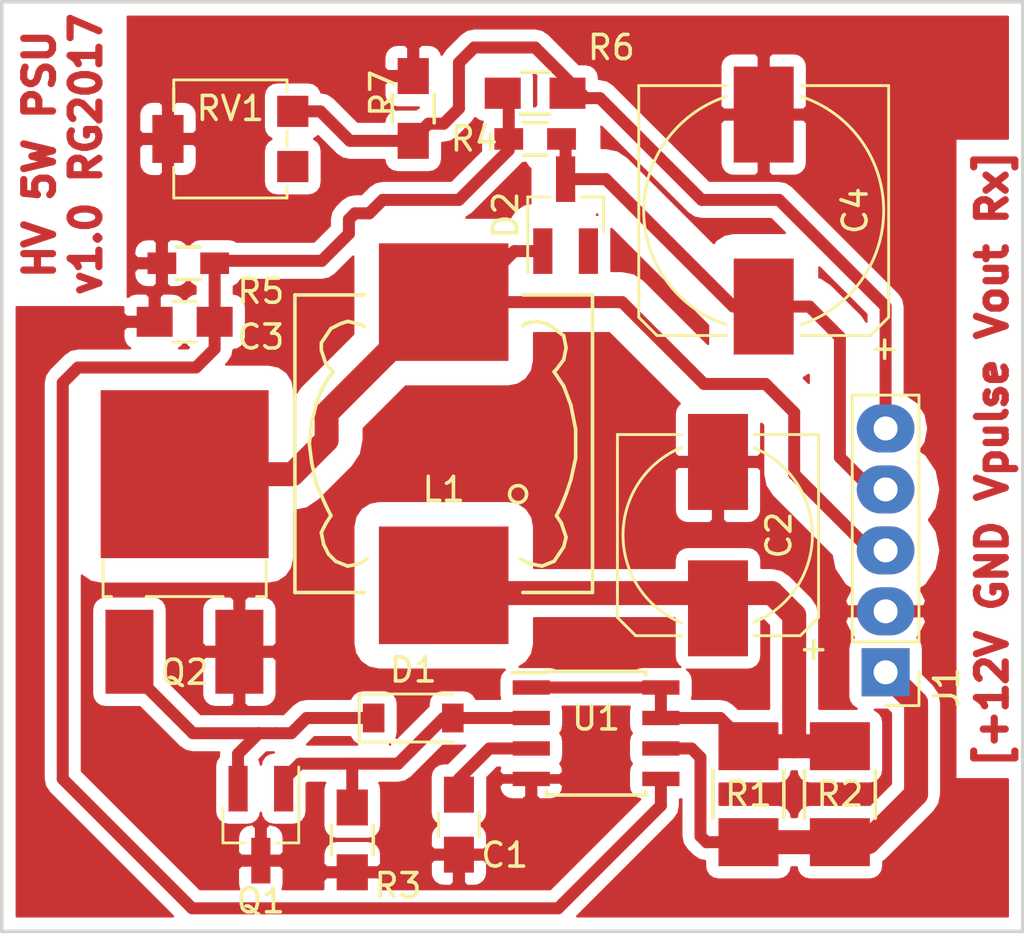
<source format=kicad_pcb>
(kicad_pcb (version 4) (host pcbnew 4.0.4-stable)

  (general
    (links 39)
    (no_connects 1)
    (area 121.209999 54.534999 163.905001 94.585)
    (thickness 1.6)
    (drawings 7)
    (tracks 114)
    (zones 0)
    (modules 19)
    (nets 12)
  )

  (page A4)
  (layers
    (0 F.Cu signal)
    (31 B.Cu signal)
    (32 B.Adhes user)
    (33 F.Adhes user)
    (34 B.Paste user)
    (35 F.Paste user)
    (36 B.SilkS user)
    (37 F.SilkS user)
    (38 B.Mask user)
    (39 F.Mask user)
    (40 Dwgs.User user)
    (41 Cmts.User user)
    (42 Eco1.User user)
    (43 Eco2.User user)
    (44 Edge.Cuts user)
    (45 Margin user)
    (46 B.CrtYd user)
    (47 F.CrtYd user)
    (48 B.Fab user)
    (49 F.Fab user)
  )

  (setup
    (last_trace_width 0.5)
    (trace_clearance 0.5)
    (zone_clearance 0.6)
    (zone_45_only no)
    (trace_min 0.5)
    (segment_width 0.2)
    (edge_width 0.15)
    (via_size 1)
    (via_drill 0.5)
    (via_min_size 1)
    (via_min_drill 0.5)
    (uvia_size 1)
    (uvia_drill 0.1)
    (uvias_allowed no)
    (uvia_min_size 0.1)
    (uvia_min_drill 0.1)
    (pcb_text_width 0.3)
    (pcb_text_size 1.5 1.5)
    (mod_edge_width 0.15)
    (mod_text_size 1 1)
    (mod_text_width 0.15)
    (pad_size 2.4 2)
    (pad_drill 1)
    (pad_to_mask_clearance 0.2)
    (aux_axis_origin 0 0)
    (visible_elements 7FFFFFFF)
    (pcbplotparams
      (layerselection 0x00000_00000001)
      (usegerberextensions false)
      (excludeedgelayer false)
      (linewidth 0.050000)
      (plotframeref false)
      (viasonmask false)
      (mode 1)
      (useauxorigin false)
      (hpglpennumber 1)
      (hpglpenspeed 20)
      (hpglpendiameter 15)
      (hpglpenoverlay 2)
      (psnegative true)
      (psa4output false)
      (plotreference true)
      (plotvalue true)
      (plotinvisibletext false)
      (padsonsilk false)
      (subtractmaskfromsilk false)
      (outputformat 5)
      (mirror false)
      (drillshape 1)
      (scaleselection 1)
      (outputdirectory ""))
  )

  (net 0 "")
  (net 1 "Net-(C1-Pad1)")
  (net 2 GND)
  (net 3 "Net-(C2-Pad1)")
  (net 4 "Net-(C3-Pad1)")
  (net 5 /Vout)
  (net 6 "Net-(D1-Pad1)")
  (net 7 "Net-(D1-Pad2)")
  (net 8 /Vpulse)
  (net 9 +12V)
  (net 10 /Rx)
  (net 11 "Net-(RV1-Pad3)")

  (net_class Default "This is the default net class."
    (clearance 0.5)
    (trace_width 0.5)
    (via_dia 1)
    (via_drill 0.5)
    (uvia_dia 1)
    (uvia_drill 0.1)
    (add_net /Rx)
    (add_net GND)
    (add_net "Net-(C1-Pad1)")
    (add_net "Net-(C3-Pad1)")
    (add_net "Net-(D1-Pad1)")
    (add_net "Net-(D1-Pad2)")
    (add_net "Net-(RV1-Pad3)")
  )

  (net_class HV ""
    (clearance 1)
    (trace_width 0.5)
    (via_dia 1)
    (via_drill 0.5)
    (uvia_dia 1)
    (uvia_drill 0.1)
    (add_net /Vout)
    (add_net /Vpulse)
  )

  (net_class Power ""
    (clearance 0.5)
    (trace_width 1)
    (via_dia 1)
    (via_drill 0.5)
    (uvia_dia 1)
    (uvia_drill 0.1)
    (add_net +12V)
    (add_net "Net-(C2-Pad1)")
  )

  (module Potentiometers:Potentiometer_Trimmer_Bourns_3214G (layer F.Cu) (tedit 58826B0B) (tstamp 58A4CF3D)
    (at 130.81 60.325)
    (descr "Spindle Trimmer Potentiometer, Bourns 3214G, https://www.bourns.com/pdfs/3214.pdf")
    (tags "Spindle Trimmer Potentiometer   Bourns 3214G")
    (path /589B94EA)
    (attr smd)
    (fp_text reference RV1 (at 0 -1.27) (layer F.SilkS)
      (effects (font (size 1 1) (thickness 0.15)))
    )
    (fp_text value 100k (at 0 1.27) (layer F.Fab)
      (effects (font (size 1 1) (thickness 0.15)))
    )
    (fp_line (start -2.3 -2.4) (end -2.3 2.4) (layer F.Fab) (width 0.1))
    (fp_line (start -2.3 2.4) (end 2.3 2.4) (layer F.Fab) (width 0.1))
    (fp_line (start 2.3 2.4) (end 2.3 -2.4) (layer F.Fab) (width 0.1))
    (fp_line (start 2.3 -2.4) (end -2.3 -2.4) (layer F.Fab) (width 0.1))
    (fp_line (start -2.3 -2.02) (end -2.3 -0.24) (layer F.Fab) (width 0.1))
    (fp_line (start -2.3 -0.24) (end -2.3 -0.24) (layer F.Fab) (width 0.1))
    (fp_line (start -2.3 -0.24) (end -2.3 -2.02) (layer F.Fab) (width 0.1))
    (fp_line (start -2.3 -2.02) (end -2.3 -2.02) (layer F.Fab) (width 0.1))
    (fp_line (start -2.3 -1.13) (end -2.3 -1.13) (layer F.Fab) (width 0.1))
    (fp_line (start -2.36 -2.46) (end 2.36 -2.46) (layer F.SilkS) (width 0.12))
    (fp_line (start -2.36 2.46) (end 2.36 2.46) (layer F.SilkS) (width 0.12))
    (fp_line (start -2.36 -2.46) (end -2.36 -1.18) (layer F.SilkS) (width 0.12))
    (fp_line (start -2.36 1.18) (end -2.36 2.46) (layer F.SilkS) (width 0.12))
    (fp_line (start 2.36 -2.46) (end 2.36 -1.98) (layer F.SilkS) (width 0.12))
    (fp_line (start 2.36 -0.32) (end 2.36 0.32) (layer F.SilkS) (width 0.12))
    (fp_line (start 2.36 1.98) (end 2.36 2.46) (layer F.SilkS) (width 0.12))
    (fp_line (start -2.36 -2.08) (end -2.36 -2.08) (layer F.SilkS) (width 0.12))
    (fp_line (start -2.36 -2.08) (end -2.36 -1.18) (layer F.SilkS) (width 0.12))
    (fp_line (start -2.36 -2.08) (end -2.36 -1.18) (layer F.SilkS) (width 0.12))
    (fp_line (start -3.53 -2.65) (end -3.53 2.65) (layer F.CrtYd) (width 0.05))
    (fp_line (start -3.53 2.65) (end 3.52 2.65) (layer F.CrtYd) (width 0.05))
    (fp_line (start 3.52 2.65) (end 3.52 -2.65) (layer F.CrtYd) (width 0.05))
    (fp_line (start 3.52 -2.65) (end -3.53 -2.65) (layer F.CrtYd) (width 0.05))
    (pad 1 smd rect (at 2.6 -1.15) (size 1.3 1.3) (layers F.Cu F.Mask)
      (net 10 /Rx))
    (pad 2 smd rect (at -2.6 0) (size 1.3 2) (layers F.Cu F.Mask)
      (net 2 GND))
    (pad 3 smd rect (at 2.6 1.15) (size 1.3 1.3) (layers F.Cu F.Mask)
      (net 11 "Net-(RV1-Pad3)"))
    (model Potentiometers.3dshapes/Potentiometer_Trimmer_Bourns_3214G.wrl
      (at (xyz 0.03 0 0))
      (scale (xyz 0.39 0.39 0.39))
      (rotate (xyz 0 0 0))
    )
  )

  (module Capacitors_SMD:C_0805_HandSoldering (layer F.Cu) (tedit 541A9B8D) (tstamp 58A4CED1)
    (at 140.335 88.9 270)
    (descr "Capacitor SMD 0805, hand soldering")
    (tags "capacitor 0805")
    (path /589B5B05)
    (attr smd)
    (fp_text reference C1 (at 1.27 -1.905 360) (layer F.SilkS)
      (effects (font (size 1 1) (thickness 0.15)))
    )
    (fp_text value 680p (at 2.54 -2.54 540) (layer F.Fab)
      (effects (font (size 1 1) (thickness 0.15)))
    )
    (fp_line (start -1 0.625) (end -1 -0.625) (layer F.Fab) (width 0.1))
    (fp_line (start 1 0.625) (end -1 0.625) (layer F.Fab) (width 0.1))
    (fp_line (start 1 -0.625) (end 1 0.625) (layer F.Fab) (width 0.1))
    (fp_line (start -1 -0.625) (end 1 -0.625) (layer F.Fab) (width 0.1))
    (fp_line (start -2.3 -1) (end 2.3 -1) (layer F.CrtYd) (width 0.05))
    (fp_line (start -2.3 1) (end 2.3 1) (layer F.CrtYd) (width 0.05))
    (fp_line (start -2.3 -1) (end -2.3 1) (layer F.CrtYd) (width 0.05))
    (fp_line (start 2.3 -1) (end 2.3 1) (layer F.CrtYd) (width 0.05))
    (fp_line (start 0.5 -0.85) (end -0.5 -0.85) (layer F.SilkS) (width 0.12))
    (fp_line (start -0.5 0.85) (end 0.5 0.85) (layer F.SilkS) (width 0.12))
    (pad 1 smd rect (at -1.25 0 270) (size 1.5 1.25) (layers F.Cu F.Paste F.Mask)
      (net 1 "Net-(C1-Pad1)"))
    (pad 2 smd rect (at 1.25 0 270) (size 1.5 1.25) (layers F.Cu F.Paste F.Mask)
      (net 2 GND))
    (model Capacitors_SMD.3dshapes/C_0805_HandSoldering.wrl
      (at (xyz 0 0 0))
      (scale (xyz 1 1 1))
      (rotate (xyz 0 0 0))
    )
  )

  (module Capacitors_SMD:CP_Elec_8x10.5 (layer F.Cu) (tedit 58A4D0EB) (tstamp 58A4CED7)
    (at 151.13 76.835 90)
    (descr "SMT capacitor, aluminium electrolytic, 8x10.5")
    (path /589B5F31)
    (attr smd)
    (fp_text reference C2 (at 0 2.54 90) (layer F.SilkS)
      (effects (font (size 1 1) (thickness 0.15)))
    )
    (fp_text value 220u (at 0 0 180) (layer F.Fab)
      (effects (font (size 1 1) (thickness 0.15)))
    )
    (fp_line (start 4.0386 4.0386) (end 4.0386 -4.0386) (layer F.Fab) (width 0.1))
    (fp_line (start -3.3655 4.0386) (end 4.0386 4.0386) (layer F.Fab) (width 0.1))
    (fp_line (start -4.0386 3.3655) (end -3.3655 4.0386) (layer F.Fab) (width 0.1))
    (fp_line (start -4.0386 -3.3655) (end -4.0386 3.3655) (layer F.Fab) (width 0.1))
    (fp_line (start -3.3655 -4.0386) (end -4.0386 -3.3655) (layer F.Fab) (width 0.1))
    (fp_line (start 4.0386 -4.0386) (end -3.3655 -4.0386) (layer F.Fab) (width 0.1))
    (fp_text user + (at -2.2733 -0.0762 90) (layer F.Fab)
      (effects (font (size 1 1) (thickness 0.15)))
    )
    (fp_arc (start 0 0) (end 3.6322 1.5113) (angle 134.8591484) (layer F.SilkS) (width 0.12))
    (fp_arc (start 0 0) (end -3.6576 -1.5113) (angle 135.1294305) (layer F.SilkS) (width 0.12))
    (fp_line (start -4.191 3.429) (end -4.191 1.5113) (layer F.SilkS) (width 0.12))
    (fp_line (start -4.191 -3.429) (end -4.191 -1.5113) (layer F.SilkS) (width 0.12))
    (fp_line (start 4.191 4.191) (end 4.191 1.5113) (layer F.SilkS) (width 0.12))
    (fp_line (start 4.191 -4.191) (end 4.191 -1.5113) (layer F.SilkS) (width 0.12))
    (fp_text user + (at -4.7752 3.9116 90) (layer F.SilkS)
      (effects (font (size 1 1) (thickness 0.15)))
    )
    (fp_line (start 5.35 -4.55) (end -5.35 -4.55) (layer F.CrtYd) (width 0.05))
    (fp_line (start -5.35 -4.55) (end -5.35 4.55) (layer F.CrtYd) (width 0.05))
    (fp_line (start -5.35 4.55) (end 5.35 4.55) (layer F.CrtYd) (width 0.05))
    (fp_line (start 5.35 4.55) (end 5.35 -4.55) (layer F.CrtYd) (width 0.05))
    (fp_line (start 4.191 4.191) (end -3.429 4.191) (layer F.SilkS) (width 0.12))
    (fp_line (start -3.429 4.191) (end -4.191 3.429) (layer F.SilkS) (width 0.12))
    (fp_line (start -4.191 -3.429) (end -3.429 -4.191) (layer F.SilkS) (width 0.12))
    (fp_line (start -3.429 -4.191) (end 4.191 -4.191) (layer F.SilkS) (width 0.12))
    (pad 1 smd rect (at -3.05 0 270) (size 4 2.5) (layers F.Cu F.Paste F.Mask)
      (net 3 "Net-(C2-Pad1)"))
    (pad 2 smd rect (at 3.05 0 270) (size 4 2.5) (layers F.Cu F.Paste F.Mask)
      (net 2 GND))
    (model Capacitors_SMD.3dshapes/CP_Elec_8x10.5.wrl
      (at (xyz 0 0 0))
      (scale (xyz 1 1 1))
      (rotate (xyz 0 0 180))
    )
  )

  (module Capacitors_SMD:C_0805_HandSoldering (layer F.Cu) (tedit 541A9B8D) (tstamp 58A4CEDD)
    (at 128.905 67.945 180)
    (descr "Capacitor SMD 0805, hand soldering")
    (tags "capacitor 0805")
    (path /589B7B2D)
    (attr smd)
    (fp_text reference C3 (at -3.175 -0.635 180) (layer F.SilkS)
      (effects (font (size 1 1) (thickness 0.15)))
    )
    (fp_text value 0.01u (at 0 -1.905 180) (layer F.Fab)
      (effects (font (size 1 1) (thickness 0.15)))
    )
    (fp_line (start -1 0.625) (end -1 -0.625) (layer F.Fab) (width 0.1))
    (fp_line (start 1 0.625) (end -1 0.625) (layer F.Fab) (width 0.1))
    (fp_line (start 1 -0.625) (end 1 0.625) (layer F.Fab) (width 0.1))
    (fp_line (start -1 -0.625) (end 1 -0.625) (layer F.Fab) (width 0.1))
    (fp_line (start -2.3 -1) (end 2.3 -1) (layer F.CrtYd) (width 0.05))
    (fp_line (start -2.3 1) (end 2.3 1) (layer F.CrtYd) (width 0.05))
    (fp_line (start -2.3 -1) (end -2.3 1) (layer F.CrtYd) (width 0.05))
    (fp_line (start 2.3 -1) (end 2.3 1) (layer F.CrtYd) (width 0.05))
    (fp_line (start 0.5 -0.85) (end -0.5 -0.85) (layer F.SilkS) (width 0.12))
    (fp_line (start -0.5 0.85) (end 0.5 0.85) (layer F.SilkS) (width 0.12))
    (pad 1 smd rect (at -1.25 0 180) (size 1.5 1.25) (layers F.Cu F.Paste F.Mask)
      (net 4 "Net-(C3-Pad1)"))
    (pad 2 smd rect (at 1.25 0 180) (size 1.5 1.25) (layers F.Cu F.Paste F.Mask)
      (net 2 GND))
    (model Capacitors_SMD.3dshapes/C_0805_HandSoldering.wrl
      (at (xyz 0 0 0))
      (scale (xyz 1 1 1))
      (rotate (xyz 0 0 0))
    )
  )

  (module Capacitors_SMD:CP_Elec_10x10.5 (layer F.Cu) (tedit 57FA4AE4) (tstamp 58A4CEE3)
    (at 153.035 63.31 90)
    (descr "SMT capacitor, aluminium electrolytic, 10x10.5")
    (path /589B8036)
    (attr smd)
    (fp_text reference C4 (at 0 3.81 90) (layer F.SilkS)
      (effects (font (size 1 1) (thickness 0.15)))
    )
    (fp_text value 2.2u (at -0.19 -0.635 180) (layer F.Fab)
      (effects (font (size 1 1) (thickness 0.15)))
    )
    (fp_line (start -5.207 -4.445) (end -5.207 -1.5621) (layer F.SilkS) (width 0.12))
    (fp_line (start -5.207 4.445) (end -5.207 1.5621) (layer F.SilkS) (width 0.12))
    (fp_line (start 5.207 5.207) (end 5.207 1.5621) (layer F.SilkS) (width 0.12))
    (fp_line (start 5.207 -5.207) (end 5.207 -1.5621) (layer F.SilkS) (width 0.12))
    (fp_arc (start 0 0) (end 4.7498 1.5621) (angle 143.5903069) (layer F.SilkS) (width 0.12))
    (fp_arc (start 0 0) (end -4.7498 -1.5621) (angle 143.5903069) (layer F.SilkS) (width 0.12))
    (fp_line (start 5.0546 5.0546) (end 5.0546 -5.0546) (layer F.Fab) (width 0.1))
    (fp_line (start -4.3815 5.0546) (end 5.0546 5.0546) (layer F.Fab) (width 0.1))
    (fp_line (start -5.0546 4.3815) (end -4.3815 5.0546) (layer F.Fab) (width 0.1))
    (fp_line (start -5.0546 -4.3815) (end -5.0546 4.3815) (layer F.Fab) (width 0.1))
    (fp_line (start -4.3815 -5.0546) (end -5.0546 -4.3815) (layer F.Fab) (width 0.1))
    (fp_line (start 5.0546 -5.0546) (end -4.3815 -5.0546) (layer F.Fab) (width 0.1))
    (fp_text user + (at -2.9083 -0.0762 90) (layer F.Fab)
      (effects (font (size 1 1) (thickness 0.15)))
    )
    (fp_text user + (at -5.7785 4.9657 90) (layer F.SilkS)
      (effects (font (size 1 1) (thickness 0.15)))
    )
    (fp_line (start 6.35 -5.6) (end -6.35 -5.6) (layer F.CrtYd) (width 0.05))
    (fp_line (start -6.35 -5.6) (end -6.35 5.6) (layer F.CrtYd) (width 0.05))
    (fp_line (start -6.35 5.6) (end 6.35 5.6) (layer F.CrtYd) (width 0.05))
    (fp_line (start 6.35 5.6) (end 6.35 -5.6) (layer F.CrtYd) (width 0.05))
    (fp_line (start 5.207 5.207) (end -4.445 5.207) (layer F.SilkS) (width 0.12))
    (fp_line (start -4.445 5.207) (end -5.207 4.445) (layer F.SilkS) (width 0.12))
    (fp_line (start -5.207 -4.445) (end -4.445 -5.207) (layer F.SilkS) (width 0.12))
    (fp_line (start -4.445 -5.207) (end 5.207 -5.207) (layer F.SilkS) (width 0.12))
    (pad 1 smd rect (at -4 0 270) (size 4 2.5) (layers F.Cu F.Paste F.Mask)
      (net 5 /Vout))
    (pad 2 smd rect (at 4 0 270) (size 4 2.5) (layers F.Cu F.Paste F.Mask)
      (net 2 GND))
    (model Capacitors_SMD.3dshapes/CP_Elec_10x10.5.wrl
      (at (xyz 0 0 0))
      (scale (xyz 1 1 1))
      (rotate (xyz 0 0 180))
    )
  )

  (module Diodes_SMD:D_SOD-123 (layer F.Cu) (tedit 58645DC7) (tstamp 58A4CEE9)
    (at 138.43 84.455)
    (descr SOD-123)
    (tags SOD-123)
    (path /589B6396)
    (attr smd)
    (fp_text reference D1 (at 0 -2) (layer F.SilkS)
      (effects (font (size 1 1) (thickness 0.15)))
    )
    (fp_text value 1N914 (at 0 1.905) (layer F.Fab)
      (effects (font (size 1 1) (thickness 0.15)))
    )
    (fp_line (start -2.25 -1) (end -2.25 1) (layer F.SilkS) (width 0.12))
    (fp_line (start 0.25 0) (end 0.75 0) (layer F.Fab) (width 0.1))
    (fp_line (start 0.25 0.4) (end -0.35 0) (layer F.Fab) (width 0.1))
    (fp_line (start 0.25 -0.4) (end 0.25 0.4) (layer F.Fab) (width 0.1))
    (fp_line (start -0.35 0) (end 0.25 -0.4) (layer F.Fab) (width 0.1))
    (fp_line (start -0.35 0) (end -0.35 0.55) (layer F.Fab) (width 0.1))
    (fp_line (start -0.35 0) (end -0.35 -0.55) (layer F.Fab) (width 0.1))
    (fp_line (start -0.75 0) (end -0.35 0) (layer F.Fab) (width 0.1))
    (fp_line (start -1.4 0.9) (end -1.4 -0.9) (layer F.Fab) (width 0.1))
    (fp_line (start 1.4 0.9) (end -1.4 0.9) (layer F.Fab) (width 0.1))
    (fp_line (start 1.4 -0.9) (end 1.4 0.9) (layer F.Fab) (width 0.1))
    (fp_line (start -1.4 -0.9) (end 1.4 -0.9) (layer F.Fab) (width 0.1))
    (fp_line (start -2.35 -1.15) (end 2.35 -1.15) (layer F.CrtYd) (width 0.05))
    (fp_line (start 2.35 -1.15) (end 2.35 1.15) (layer F.CrtYd) (width 0.05))
    (fp_line (start 2.35 1.15) (end -2.35 1.15) (layer F.CrtYd) (width 0.05))
    (fp_line (start -2.35 -1.15) (end -2.35 1.15) (layer F.CrtYd) (width 0.05))
    (fp_line (start -2.25 1) (end 1.65 1) (layer F.SilkS) (width 0.12))
    (fp_line (start -2.25 -1) (end 1.65 -1) (layer F.SilkS) (width 0.12))
    (pad 1 smd rect (at -1.65 0) (size 0.9 1.2) (layers F.Cu F.Paste F.Mask)
      (net 6 "Net-(D1-Pad1)"))
    (pad 2 smd rect (at 1.65 0) (size 0.9 1.2) (layers F.Cu F.Paste F.Mask)
      (net 7 "Net-(D1-Pad2)"))
    (model ${KISYS3DMOD}/Diodes_SMD.3dshapes/D_SOD-123.wrl
      (at (xyz 0 0 0))
      (scale (xyz 1 1 1))
      (rotate (xyz 0 0 0))
    )
  )

  (module Pin_Headers:Pin_Header_Straight_1x05_Pitch2.54mm (layer F.Cu) (tedit 58B06BA6) (tstamp 58A4CEF8)
    (at 158.115 82.55 180)
    (descr "Through hole straight pin header, 1x05, 2.54mm pitch, single row")
    (tags "Through hole pin header THT 1x05 2.54mm single row")
    (path /58A0E018)
    (fp_text reference J1 (at -2.54 -0.635 270) (layer F.SilkS)
      (effects (font (size 1 1) (thickness 0.15)))
    )
    (fp_text value CONN_01X05 (at -2.54 5.715 270) (layer F.Fab)
      (effects (font (size 1 1) (thickness 0.15)))
    )
    (fp_line (start -1.27 -1.27) (end -1.27 11.43) (layer F.Fab) (width 0.1))
    (fp_line (start -1.27 11.43) (end 1.27 11.43) (layer F.Fab) (width 0.1))
    (fp_line (start 1.27 11.43) (end 1.27 -1.27) (layer F.Fab) (width 0.1))
    (fp_line (start 1.27 -1.27) (end -1.27 -1.27) (layer F.Fab) (width 0.1))
    (fp_line (start -1.39 1.27) (end -1.39 11.55) (layer F.SilkS) (width 0.12))
    (fp_line (start -1.39 11.55) (end 1.39 11.55) (layer F.SilkS) (width 0.12))
    (fp_line (start 1.39 11.55) (end 1.39 1.27) (layer F.SilkS) (width 0.12))
    (fp_line (start 1.39 1.27) (end -1.39 1.27) (layer F.SilkS) (width 0.12))
    (fp_line (start -1.39 0) (end -1.39 -1.39) (layer F.SilkS) (width 0.12))
    (fp_line (start -1.39 -1.39) (end 0 -1.39) (layer F.SilkS) (width 0.12))
    (fp_line (start -1.6 -1.6) (end -1.6 11.7) (layer F.CrtYd) (width 0.05))
    (fp_line (start -1.6 11.7) (end 1.6 11.7) (layer F.CrtYd) (width 0.05))
    (fp_line (start 1.6 11.7) (end 1.6 -1.6) (layer F.CrtYd) (width 0.05))
    (fp_line (start 1.6 -1.6) (end -1.6 -1.6) (layer F.CrtYd) (width 0.05))
    (pad 1 thru_hole rect (at 0 0 180) (size 2 2) (drill 1) (layers *.Cu *.Mask)
      (net 9 +12V))
    (pad 2 thru_hole oval (at 0 2.54 180) (size 2.4 2) (drill 1) (layers *.Cu *.Mask)
      (net 2 GND))
    (pad 3 thru_hole oval (at 0 5.08 180) (size 2.4 2) (drill 1) (layers *.Cu *.Mask)
      (net 8 /Vpulse))
    (pad 4 thru_hole oval (at 0 7.62 180) (size 2.4 2) (drill 1) (layers *.Cu *.Mask)
      (net 5 /Vout))
    (pad 5 thru_hole oval (at 0 10.16 180) (size 2.4 2) (drill 1) (layers *.Cu *.Mask)
      (net 10 /Rx))
    (model Pin_Headers.3dshapes/Pin_Header_Straight_1x05_Pitch2.54mm.wrl
      (at (xyz 0 -0.2 0))
      (scale (xyz 1 1 1))
      (rotate (xyz 0 0 90))
    )
  )

  (module Choke_SMD:Choke_SMD_Wuerth-WE-PD-Typ-LS_Handsoldering (layer F.Cu) (tedit 58A77ABA) (tstamp 58A4CEFE)
    (at 139.7 73.025 90)
    (descr "Choke, Drossel, WE-PD Typ LS, Wuerth, SMD, Handsoldering,")
    (tags "Choke, Drossel, WE-PD Typ LS, Wuerth, SMD, Handsoldering,")
    (path /589B609D)
    (attr smd)
    (fp_text reference L1 (at -1.905 0 180) (layer F.SilkS)
      (effects (font (size 1 1) (thickness 0.15)))
    )
    (fp_text value 150u (at 1.905 0 180) (layer F.Fab)
      (effects (font (size 1 1) (thickness 0.15)))
    )
    (fp_circle (center 0 0) (end 0.8 0) (layer F.Adhes) (width 0.3048))
    (fp_circle (center 0 0) (end 0.6 0) (layer F.Adhes) (width 0.3048))
    (fp_circle (center 0 0) (end 0.3 0) (layer F.Adhes) (width 0.3048))
    (fp_circle (center 0 0) (end 0.1 0) (layer F.Adhes) (width 0.3048))
    (fp_circle (center -2.10058 3.0988) (end -1.84912 3.35026) (layer F.SilkS) (width 0.15))
    (fp_line (start 4.89966 3.29946) (end 5.00126 3.40106) (layer F.SilkS) (width 0.15))
    (fp_line (start 5.00126 3.40106) (end 5.10032 3.79984) (layer F.SilkS) (width 0.15))
    (fp_line (start 5.10032 3.79984) (end 5.00126 4.30022) (layer F.SilkS) (width 0.15))
    (fp_line (start 5.00126 4.30022) (end 4.8006 4.59994) (layer F.SilkS) (width 0.15))
    (fp_line (start 4.8006 4.59994) (end 4.50088 5.00126) (layer F.SilkS) (width 0.15))
    (fp_line (start 4.50088 5.00126) (end 4.0005 5.10032) (layer F.SilkS) (width 0.15))
    (fp_line (start 4.0005 5.10032) (end 3.50012 5.00126) (layer F.SilkS) (width 0.15))
    (fp_line (start 3.50012 5.00126) (end 3.0988 4.699) (layer F.SilkS) (width 0.15))
    (fp_line (start 3.0988 4.699) (end 2.99974 4.59994) (layer F.SilkS) (width 0.15))
    (fp_line (start 2.99974 4.59994) (end 2.4003 5.00126) (layer F.SilkS) (width 0.15))
    (fp_line (start 2.4003 5.00126) (end 1.6002 5.30098) (layer F.SilkS) (width 0.15))
    (fp_line (start 1.6002 5.30098) (end 0.59944 5.4991) (layer F.SilkS) (width 0.15))
    (fp_line (start 0.59944 5.4991) (end -0.59944 5.4991) (layer F.SilkS) (width 0.15))
    (fp_line (start -0.59944 5.4991) (end -1.50114 5.30098) (layer F.SilkS) (width 0.15))
    (fp_line (start -1.50114 5.30098) (end -2.10058 5.10032) (layer F.SilkS) (width 0.15))
    (fp_line (start -2.10058 5.10032) (end -2.60096 4.89966) (layer F.SilkS) (width 0.15))
    (fp_line (start -2.60096 4.89966) (end -2.99974 4.699) (layer F.SilkS) (width 0.15))
    (fp_line (start -2.99974 4.699) (end -3.29946 4.89966) (layer F.SilkS) (width 0.15))
    (fp_line (start -3.29946 4.89966) (end -3.8989 5.10032) (layer F.SilkS) (width 0.15))
    (fp_line (start -3.8989 5.10032) (end -4.30022 5.00126) (layer F.SilkS) (width 0.15))
    (fp_line (start -4.30022 5.00126) (end -4.59994 4.8006) (layer F.SilkS) (width 0.15))
    (fp_line (start -4.59994 4.8006) (end -4.89966 4.59994) (layer F.SilkS) (width 0.15))
    (fp_line (start -4.89966 4.59994) (end -5.10032 4.09956) (layer F.SilkS) (width 0.15))
    (fp_line (start -5.10032 4.09956) (end -5.00126 3.59918) (layer F.SilkS) (width 0.15))
    (fp_line (start -5.00126 3.59918) (end -4.8006 3.2004) (layer F.SilkS) (width 0.15))
    (fp_line (start 4.89966 -3.29946) (end 5.00126 -3.59918) (layer F.SilkS) (width 0.15))
    (fp_line (start 5.00126 -3.59918) (end 5.10032 -4.0005) (layer F.SilkS) (width 0.15))
    (fp_line (start 5.10032 -4.0005) (end 5.00126 -4.30022) (layer F.SilkS) (width 0.15))
    (fp_line (start 5.00126 -4.30022) (end 4.8006 -4.699) (layer F.SilkS) (width 0.15))
    (fp_line (start 4.8006 -4.699) (end 4.50088 -4.89966) (layer F.SilkS) (width 0.15))
    (fp_line (start 4.50088 -4.89966) (end 4.20116 -5.10032) (layer F.SilkS) (width 0.15))
    (fp_line (start 4.20116 -5.10032) (end 3.8989 -5.10032) (layer F.SilkS) (width 0.15))
    (fp_line (start 3.8989 -5.10032) (end 3.59918 -5.00126) (layer F.SilkS) (width 0.15))
    (fp_line (start 3.59918 -5.00126) (end 3.29946 -4.89966) (layer F.SilkS) (width 0.15))
    (fp_line (start 3.29946 -4.89966) (end 2.99974 -4.59994) (layer F.SilkS) (width 0.15))
    (fp_line (start 2.99974 -4.59994) (end 2.60096 -4.89966) (layer F.SilkS) (width 0.15))
    (fp_line (start 2.60096 -4.89966) (end 2.19964 -5.10032) (layer F.SilkS) (width 0.15))
    (fp_line (start 2.19964 -5.10032) (end 1.69926 -5.30098) (layer F.SilkS) (width 0.15))
    (fp_line (start 1.69926 -5.30098) (end 0.89916 -5.4991) (layer F.SilkS) (width 0.15))
    (fp_line (start 0.89916 -5.4991) (end 0 -5.6007) (layer F.SilkS) (width 0.15))
    (fp_line (start 0 -5.6007) (end -0.8001 -5.4991) (layer F.SilkS) (width 0.15))
    (fp_line (start -0.8001 -5.4991) (end -1.69926 -5.30098) (layer F.SilkS) (width 0.15))
    (fp_line (start -1.69926 -5.30098) (end -2.60096 -4.89966) (layer F.SilkS) (width 0.15))
    (fp_line (start -2.60096 -4.89966) (end -2.99974 -4.699) (layer F.SilkS) (width 0.15))
    (fp_line (start -2.99974 -4.699) (end -3.29946 -4.89966) (layer F.SilkS) (width 0.15))
    (fp_line (start -3.29946 -4.89966) (end -3.70078 -5.10032) (layer F.SilkS) (width 0.15))
    (fp_line (start -3.70078 -5.10032) (end -4.20116 -5.00126) (layer F.SilkS) (width 0.15))
    (fp_line (start -4.20116 -5.00126) (end -4.59994 -4.8006) (layer F.SilkS) (width 0.15))
    (fp_line (start -4.59994 -4.8006) (end -4.89966 -4.50088) (layer F.SilkS) (width 0.15))
    (fp_line (start -4.89966 -4.50088) (end -5.10032 -4.0005) (layer F.SilkS) (width 0.15))
    (fp_line (start -5.10032 -4.0005) (end -5.00126 -3.50012) (layer F.SilkS) (width 0.15))
    (fp_line (start -5.00126 -3.50012) (end -4.8006 -3.2004) (layer F.SilkS) (width 0.15))
    (fp_line (start -6.20014 3.29946) (end -6.20014 6.20014) (layer F.SilkS) (width 0.15))
    (fp_line (start -6.20014 6.20014) (end 6.20014 6.20014) (layer F.SilkS) (width 0.15))
    (fp_line (start 6.20014 6.20014) (end 6.20014 3.29946) (layer F.SilkS) (width 0.15))
    (fp_line (start 6.20014 -6.20014) (end -6.20014 -6.20014) (layer F.SilkS) (width 0.15))
    (fp_line (start -6.20014 -6.20014) (end -6.20014 -3.29946) (layer F.SilkS) (width 0.15))
    (fp_line (start 6.20014 -6.20014) (end 6.20014 -3.29946) (layer F.SilkS) (width 0.15))
    (pad 1 smd rect (at -5.90042 0 90) (size 4.89966 5.40004) (layers F.Cu F.Paste F.Mask)
      (net 3 "Net-(C2-Pad1)") (clearance 1))
    (pad 2 smd rect (at 5.90042 0 90) (size 4.89966 5.40004) (layers F.Cu F.Paste F.Mask)
      (net 8 /Vpulse))
  )

  (module TO_SOT_Packages_SMD:SOT-23_Handsoldering (layer F.Cu) (tedit 583F3954) (tstamp 58A4CF05)
    (at 132.08 88.9 270)
    (descr "SOT-23, Handsoldering")
    (tags SOT-23)
    (path /58A4D57B)
    (attr smd)
    (fp_text reference Q1 (at 3.175 0 360) (layer F.SilkS)
      (effects (font (size 1 1) (thickness 0.15)))
    )
    (fp_text value MPSA55 (at 0 2.5 270) (layer F.Fab)
      (effects (font (size 1 1) (thickness 0.15)))
    )
    (fp_line (start 0.76 1.58) (end 0.76 0.65) (layer F.SilkS) (width 0.12))
    (fp_line (start 0.76 -1.58) (end 0.76 -0.65) (layer F.SilkS) (width 0.12))
    (fp_line (start -2.7 -1.75) (end 2.7 -1.75) (layer F.CrtYd) (width 0.05))
    (fp_line (start 2.7 -1.75) (end 2.7 1.75) (layer F.CrtYd) (width 0.05))
    (fp_line (start 2.7 1.75) (end -2.7 1.75) (layer F.CrtYd) (width 0.05))
    (fp_line (start -2.7 1.75) (end -2.7 -1.75) (layer F.CrtYd) (width 0.05))
    (fp_line (start 0.76 -1.58) (end -2.4 -1.58) (layer F.SilkS) (width 0.12))
    (fp_line (start -0.7 -0.95) (end -0.7 1.5) (layer F.Fab) (width 0.1))
    (fp_line (start -0.15 -1.52) (end 0.7 -1.52) (layer F.Fab) (width 0.1))
    (fp_line (start -0.7 -0.95) (end -0.15 -1.52) (layer F.Fab) (width 0.1))
    (fp_line (start 0.7 -1.52) (end 0.7 1.52) (layer F.Fab) (width 0.1))
    (fp_line (start -0.7 1.52) (end 0.7 1.52) (layer F.Fab) (width 0.1))
    (fp_line (start 0.76 1.58) (end -0.7 1.58) (layer F.SilkS) (width 0.12))
    (pad 1 smd rect (at -1.5 -0.95 270) (size 1.9 0.8) (layers F.Cu F.Paste F.Mask)
      (net 7 "Net-(D1-Pad2)"))
    (pad 2 smd rect (at -1.5 0.95 270) (size 1.9 0.8) (layers F.Cu F.Paste F.Mask)
      (net 6 "Net-(D1-Pad1)"))
    (pad 3 smd rect (at 1.5 0 270) (size 1.9 0.8) (layers F.Cu F.Paste F.Mask)
      (net 2 GND))
    (model TO_SOT_Packages_SMD.3dshapes\SOT-23_Handsoldering.wrl
      (at (xyz 0 0 0))
      (scale (xyz 1 1 1))
      (rotate (xyz 0 0 90))
    )
  )

  (module TO_SOT_Packages_SMD:TO-252-2Lead (layer F.Cu) (tedit 58879E1B) (tstamp 58A4CF0C)
    (at 128.895 77.995 90)
    (descr TO-252-2Lead)
    (path /58A159D5)
    (attr smd)
    (fp_text reference Q2 (at -4.555 0.01 180) (layer F.SilkS)
      (effects (font (size 1 1) (thickness 0.15)))
    )
    (fp_text value IRF630 (at -0.745 0.01 180) (layer F.Fab)
      (effects (font (size 1 1) (thickness 0.15)))
    )
    (fp_line (start -1.4 -3.04) (end -1.4 -3.39) (layer F.SilkS) (width 0.12))
    (fp_line (start -1.4 -3.39) (end 0.1 -3.39) (layer F.SilkS) (width 0.12))
    (fp_line (start -1.4 1.61) (end -1.4 -1.59) (layer F.SilkS) (width 0.12))
    (fp_line (start 0.1 3.41) (end -1.4 3.41) (layer F.SilkS) (width 0.12))
    (fp_line (start -1.4 3.41) (end -1.4 3.01) (layer F.SilkS) (width 0.12))
    (fp_line (start 4.68 -2.7) (end 5.88 -2.7) (layer F.Fab) (width 0.1))
    (fp_line (start 5.88 -2.7) (end 5.88 2.72) (layer F.Fab) (width 0.1))
    (fp_line (start 5.88 2.72) (end 4.67 2.72) (layer F.Fab) (width 0.1))
    (fp_line (start -1.32 1.74) (end -4.23 1.74) (layer F.Fab) (width 0.1))
    (fp_line (start -4.23 2.88) (end -1.32 2.88) (layer F.Fab) (width 0.1))
    (fp_line (start -4.23 1.74) (end -4.23 2.88) (layer F.Fab) (width 0.1))
    (fp_line (start -4.23 -2.86) (end -4.23 -1.72) (layer F.Fab) (width 0.1))
    (fp_line (start -4.23 -1.72) (end -1.32 -1.72) (layer F.Fab) (width 0.1))
    (fp_line (start -1.32 -2.86) (end -4.23 -2.86) (layer F.Fab) (width 0.1))
    (fp_line (start -1.32 3.36) (end 4.67 3.36) (layer F.Fab) (width 0.1))
    (fp_line (start 4.67 3.36) (end 4.67 -3.34) (layer F.Fab) (width 0.1))
    (fp_line (start 4.67 -3.34) (end -1.32 -3.34) (layer F.Fab) (width 0.1))
    (fp_line (start -1.32 3.36) (end -1.32 -3.34) (layer F.Fab) (width 0.1))
    (fp_line (start 7.45 -3.74) (end 7.45 3.76) (layer F.CrtYd) (width 0.05))
    (fp_line (start 7.45 -3.74) (end -5.7 -3.74) (layer F.CrtYd) (width 0.05))
    (fp_line (start -5.7 3.76) (end 7.45 3.76) (layer F.CrtYd) (width 0.05))
    (fp_line (start -5.7 3.76) (end -5.7 -3.74) (layer F.CrtYd) (width 0.05))
    (pad 1 smd rect (at -3.7 -2.29) (size 2 3.5) (layers F.Cu F.Paste F.Mask)
      (net 6 "Net-(D1-Pad1)"))
    (pad 3 smd rect (at -3.7 2.29) (size 2 3.5) (layers F.Cu F.Paste F.Mask)
      (net 2 GND))
    (pad 2 smd rect (at 3.7 0.01) (size 7 7) (layers F.Cu F.Paste F.Mask)
      (net 8 /Vpulse))
    (model TO_SOT_Packages_SMD.3dshapes\TO-252-2Lead.wrl
      (at (xyz -0.1377952755905512 0 0))
      (scale (xyz 1 1 1))
      (rotate (xyz 0 0 90))
    )
  )

  (module Resistors_SMD:R_1210_HandSoldering (layer F.Cu) (tedit 58307C8D) (tstamp 58A4CF12)
    (at 152.4 87.63 270)
    (descr "Resistor SMD 1210, hand soldering")
    (tags "resistor 1210")
    (path /589B5BBF)
    (attr smd)
    (fp_text reference R1 (at 0 0 360) (layer F.SilkS)
      (effects (font (size 1 1) (thickness 0.15)))
    )
    (fp_text value 0.5R (at 4.445 0 360) (layer F.Fab)
      (effects (font (size 1 1) (thickness 0.15)))
    )
    (fp_line (start -1.6 1.25) (end -1.6 -1.25) (layer F.Fab) (width 0.1))
    (fp_line (start 1.6 1.25) (end -1.6 1.25) (layer F.Fab) (width 0.1))
    (fp_line (start 1.6 -1.25) (end 1.6 1.25) (layer F.Fab) (width 0.1))
    (fp_line (start -1.6 -1.25) (end 1.6 -1.25) (layer F.Fab) (width 0.1))
    (fp_line (start -3.3 -1.6) (end 3.3 -1.6) (layer F.CrtYd) (width 0.05))
    (fp_line (start -3.3 1.6) (end 3.3 1.6) (layer F.CrtYd) (width 0.05))
    (fp_line (start -3.3 -1.6) (end -3.3 1.6) (layer F.CrtYd) (width 0.05))
    (fp_line (start 3.3 -1.6) (end 3.3 1.6) (layer F.CrtYd) (width 0.05))
    (fp_line (start 1 1.475) (end -1 1.475) (layer F.SilkS) (width 0.15))
    (fp_line (start -1 -1.475) (end 1 -1.475) (layer F.SilkS) (width 0.15))
    (pad 1 smd rect (at -2 0 270) (size 2 2.5) (layers F.Cu F.Paste F.Mask)
      (net 3 "Net-(C2-Pad1)"))
    (pad 2 smd rect (at 2 0 270) (size 2 2.5) (layers F.Cu F.Paste F.Mask)
      (net 9 +12V))
    (model Resistors_SMD.3dshapes/R_1210_HandSoldering.wrl
      (at (xyz 0 0 0))
      (scale (xyz 1 1 1))
      (rotate (xyz 0 0 0))
    )
  )

  (module Resistors_SMD:R_1210_HandSoldering (layer F.Cu) (tedit 58307C8D) (tstamp 58A4CF18)
    (at 156.21 87.63 270)
    (descr "Resistor SMD 1210, hand soldering")
    (tags "resistor 1210")
    (path /589B5B69)
    (attr smd)
    (fp_text reference R2 (at 0 0 360) (layer F.SilkS)
      (effects (font (size 1 1) (thickness 0.15)))
    )
    (fp_text value 0.5R (at 4.445 0 360) (layer F.Fab)
      (effects (font (size 1 1) (thickness 0.15)))
    )
    (fp_line (start -1.6 1.25) (end -1.6 -1.25) (layer F.Fab) (width 0.1))
    (fp_line (start 1.6 1.25) (end -1.6 1.25) (layer F.Fab) (width 0.1))
    (fp_line (start 1.6 -1.25) (end 1.6 1.25) (layer F.Fab) (width 0.1))
    (fp_line (start -1.6 -1.25) (end 1.6 -1.25) (layer F.Fab) (width 0.1))
    (fp_line (start -3.3 -1.6) (end 3.3 -1.6) (layer F.CrtYd) (width 0.05))
    (fp_line (start -3.3 1.6) (end 3.3 1.6) (layer F.CrtYd) (width 0.05))
    (fp_line (start -3.3 -1.6) (end -3.3 1.6) (layer F.CrtYd) (width 0.05))
    (fp_line (start 3.3 -1.6) (end 3.3 1.6) (layer F.CrtYd) (width 0.05))
    (fp_line (start 1 1.475) (end -1 1.475) (layer F.SilkS) (width 0.15))
    (fp_line (start -1 -1.475) (end 1 -1.475) (layer F.SilkS) (width 0.15))
    (pad 1 smd rect (at -2 0 270) (size 2 2.5) (layers F.Cu F.Paste F.Mask)
      (net 3 "Net-(C2-Pad1)"))
    (pad 2 smd rect (at 2 0 270) (size 2 2.5) (layers F.Cu F.Paste F.Mask)
      (net 9 +12V))
    (model Resistors_SMD.3dshapes/R_1210_HandSoldering.wrl
      (at (xyz 0 0 0))
      (scale (xyz 1 1 1))
      (rotate (xyz 0 0 0))
    )
  )

  (module Resistors_SMD:R_0805_HandSoldering (layer F.Cu) (tedit 58307B90) (tstamp 58A4CF1E)
    (at 135.89 89.535 270)
    (descr "Resistor SMD 0805, hand soldering")
    (tags "resistor 0805")
    (path /589B62DB)
    (attr smd)
    (fp_text reference R3 (at 1.905 -1.905 360) (layer F.SilkS)
      (effects (font (size 1 1) (thickness 0.15)))
    )
    (fp_text value 1k (at 3.175 -1.905 360) (layer F.Fab)
      (effects (font (size 1 1) (thickness 0.15)))
    )
    (fp_line (start -1 0.625) (end -1 -0.625) (layer F.Fab) (width 0.1))
    (fp_line (start 1 0.625) (end -1 0.625) (layer F.Fab) (width 0.1))
    (fp_line (start 1 -0.625) (end 1 0.625) (layer F.Fab) (width 0.1))
    (fp_line (start -1 -0.625) (end 1 -0.625) (layer F.Fab) (width 0.1))
    (fp_line (start -2.4 -1) (end 2.4 -1) (layer F.CrtYd) (width 0.05))
    (fp_line (start -2.4 1) (end 2.4 1) (layer F.CrtYd) (width 0.05))
    (fp_line (start -2.4 -1) (end -2.4 1) (layer F.CrtYd) (width 0.05))
    (fp_line (start 2.4 -1) (end 2.4 1) (layer F.CrtYd) (width 0.05))
    (fp_line (start 0.6 0.875) (end -0.6 0.875) (layer F.SilkS) (width 0.15))
    (fp_line (start -0.6 -0.875) (end 0.6 -0.875) (layer F.SilkS) (width 0.15))
    (pad 1 smd rect (at -1.35 0 270) (size 1.5 1.3) (layers F.Cu F.Paste F.Mask)
      (net 7 "Net-(D1-Pad2)"))
    (pad 2 smd rect (at 1.35 0 270) (size 1.5 1.3) (layers F.Cu F.Paste F.Mask)
      (net 2 GND))
    (model Resistors_SMD.3dshapes/R_0805_HandSoldering.wrl
      (at (xyz 0 0 0))
      (scale (xyz 1 1 1))
      (rotate (xyz 0 0 0))
    )
  )

  (module Resistors_SMD:R_0805_HandSoldering (layer F.Cu) (tedit 58307B90) (tstamp 58A4CF30)
    (at 143.51 58.42 180)
    (descr "Resistor SMD 0805, hand soldering")
    (tags "resistor 0805")
    (path /589B814B)
    (attr smd)
    (fp_text reference R6 (at -3.175 1.905 180) (layer F.SilkS)
      (effects (font (size 1 1) (thickness 0.15)))
    )
    (fp_text value 4.02k (at 0 1.905 180) (layer F.Fab)
      (effects (font (size 1 1) (thickness 0.15)))
    )
    (fp_line (start -1 0.625) (end -1 -0.625) (layer F.Fab) (width 0.1))
    (fp_line (start 1 0.625) (end -1 0.625) (layer F.Fab) (width 0.1))
    (fp_line (start 1 -0.625) (end 1 0.625) (layer F.Fab) (width 0.1))
    (fp_line (start -1 -0.625) (end 1 -0.625) (layer F.Fab) (width 0.1))
    (fp_line (start -2.4 -1) (end 2.4 -1) (layer F.CrtYd) (width 0.05))
    (fp_line (start -2.4 1) (end 2.4 1) (layer F.CrtYd) (width 0.05))
    (fp_line (start -2.4 -1) (end -2.4 1) (layer F.CrtYd) (width 0.05))
    (fp_line (start 2.4 -1) (end 2.4 1) (layer F.CrtYd) (width 0.05))
    (fp_line (start 0.6 0.875) (end -0.6 0.875) (layer F.SilkS) (width 0.15))
    (fp_line (start -0.6 -0.875) (end 0.6 -0.875) (layer F.SilkS) (width 0.15))
    (pad 1 smd rect (at -1.35 0 180) (size 1.5 1.3) (layers F.Cu F.Paste F.Mask)
      (net 10 /Rx))
    (pad 2 smd rect (at 1.35 0 180) (size 1.5 1.3) (layers F.Cu F.Paste F.Mask)
      (net 4 "Net-(C3-Pad1)"))
    (model Resistors_SMD.3dshapes/R_0805_HandSoldering.wrl
      (at (xyz 0 0 0))
      (scale (xyz 1 1 1))
      (rotate (xyz 0 0 0))
    )
  )

  (module Resistors_SMD:R_0805_HandSoldering (layer F.Cu) (tedit 58307B90) (tstamp 58A4CF36)
    (at 138.43 59.055 270)
    (descr "Resistor SMD 0805, hand soldering")
    (tags "resistor 0805")
    (path /589B971E)
    (attr smd)
    (fp_text reference R7 (at -0.635 1.27 270) (layer F.SilkS)
      (effects (font (size 1 1) (thickness 0.15)))
    )
    (fp_text value R (at 1.27 1.905 270) (layer F.Fab)
      (effects (font (size 1 1) (thickness 0.15)))
    )
    (fp_line (start -1 0.625) (end -1 -0.625) (layer F.Fab) (width 0.1))
    (fp_line (start 1 0.625) (end -1 0.625) (layer F.Fab) (width 0.1))
    (fp_line (start 1 -0.625) (end 1 0.625) (layer F.Fab) (width 0.1))
    (fp_line (start -1 -0.625) (end 1 -0.625) (layer F.Fab) (width 0.1))
    (fp_line (start -2.4 -1) (end 2.4 -1) (layer F.CrtYd) (width 0.05))
    (fp_line (start -2.4 1) (end 2.4 1) (layer F.CrtYd) (width 0.05))
    (fp_line (start -2.4 -1) (end -2.4 1) (layer F.CrtYd) (width 0.05))
    (fp_line (start 2.4 -1) (end 2.4 1) (layer F.CrtYd) (width 0.05))
    (fp_line (start 0.6 0.875) (end -0.6 0.875) (layer F.SilkS) (width 0.15))
    (fp_line (start -0.6 -0.875) (end 0.6 -0.875) (layer F.SilkS) (width 0.15))
    (pad 1 smd rect (at -1.35 0 270) (size 1.5 1.3) (layers F.Cu F.Paste F.Mask)
      (net 2 GND))
    (pad 2 smd rect (at 1.35 0 270) (size 1.5 1.3) (layers F.Cu F.Paste F.Mask)
      (net 10 /Rx))
    (model Resistors_SMD.3dshapes/R_0805_HandSoldering.wrl
      (at (xyz 0 0 0))
      (scale (xyz 1 1 1))
      (rotate (xyz 0 0 0))
    )
  )

  (module Housings_SOIC:SOIC-8_3.9x4.9mm_Pitch1.27mm (layer F.Cu) (tedit 54130A77) (tstamp 58A4CF49)
    (at 146.05 85.09)
    (descr "8-Lead Plastic Small Outline (SN) - Narrow, 3.90 mm Body [SOIC] (see Microchip Packaging Specification 00000049BS.pdf)")
    (tags "SOIC 1.27")
    (path /589B59F5)
    (attr smd)
    (fp_text reference U1 (at 0 -0.635) (layer F.SilkS)
      (effects (font (size 1 1) (thickness 0.15)))
    )
    (fp_text value MC34063 (at 0 3.5) (layer F.Fab)
      (effects (font (size 1 1) (thickness 0.15)))
    )
    (fp_line (start -0.95 -2.45) (end 1.95 -2.45) (layer F.Fab) (width 0.15))
    (fp_line (start 1.95 -2.45) (end 1.95 2.45) (layer F.Fab) (width 0.15))
    (fp_line (start 1.95 2.45) (end -1.95 2.45) (layer F.Fab) (width 0.15))
    (fp_line (start -1.95 2.45) (end -1.95 -1.45) (layer F.Fab) (width 0.15))
    (fp_line (start -1.95 -1.45) (end -0.95 -2.45) (layer F.Fab) (width 0.15))
    (fp_line (start -3.75 -2.75) (end -3.75 2.75) (layer F.CrtYd) (width 0.05))
    (fp_line (start 3.75 -2.75) (end 3.75 2.75) (layer F.CrtYd) (width 0.05))
    (fp_line (start -3.75 -2.75) (end 3.75 -2.75) (layer F.CrtYd) (width 0.05))
    (fp_line (start -3.75 2.75) (end 3.75 2.75) (layer F.CrtYd) (width 0.05))
    (fp_line (start -2.075 -2.575) (end -2.075 -2.525) (layer F.SilkS) (width 0.15))
    (fp_line (start 2.075 -2.575) (end 2.075 -2.43) (layer F.SilkS) (width 0.15))
    (fp_line (start 2.075 2.575) (end 2.075 2.43) (layer F.SilkS) (width 0.15))
    (fp_line (start -2.075 2.575) (end -2.075 2.43) (layer F.SilkS) (width 0.15))
    (fp_line (start -2.075 -2.575) (end 2.075 -2.575) (layer F.SilkS) (width 0.15))
    (fp_line (start -2.075 2.575) (end 2.075 2.575) (layer F.SilkS) (width 0.15))
    (fp_line (start -2.075 -2.525) (end -3.475 -2.525) (layer F.SilkS) (width 0.15))
    (pad 1 smd rect (at -2.7 -1.905) (size 1.55 0.6) (layers F.Cu F.Paste F.Mask)
      (net 3 "Net-(C2-Pad1)"))
    (pad 2 smd rect (at -2.7 -0.635) (size 1.55 0.6) (layers F.Cu F.Paste F.Mask)
      (net 7 "Net-(D1-Pad2)"))
    (pad 3 smd rect (at -2.7 0.635) (size 1.55 0.6) (layers F.Cu F.Paste F.Mask)
      (net 1 "Net-(C1-Pad1)"))
    (pad 4 smd rect (at -2.7 1.905) (size 1.55 0.6) (layers F.Cu F.Paste F.Mask)
      (net 2 GND))
    (pad 5 smd rect (at 2.7 1.905) (size 1.55 0.6) (layers F.Cu F.Paste F.Mask)
      (net 4 "Net-(C3-Pad1)"))
    (pad 6 smd rect (at 2.7 0.635) (size 1.55 0.6) (layers F.Cu F.Paste F.Mask)
      (net 9 +12V))
    (pad 7 smd rect (at 2.7 -0.635) (size 1.55 0.6) (layers F.Cu F.Paste F.Mask)
      (net 3 "Net-(C2-Pad1)"))
    (pad 8 smd rect (at 2.7 -1.905) (size 1.55 0.6) (layers F.Cu F.Paste F.Mask)
      (net 3 "Net-(C2-Pad1)"))
    (model Housings_SOIC.3dshapes/SOIC-8_3.9x4.9mm_Pitch1.27mm.wrl
      (at (xyz 0 0 0))
      (scale (xyz 1 1 1))
      (rotate (xyz 0 0 0))
    )
  )

  (module Resistors_SMD:R_0603_HandSoldering (layer F.Cu) (tedit 58307AEF) (tstamp 58A7733E)
    (at 143.51 60.325 180)
    (descr "Resistor SMD 0603, hand soldering")
    (tags "resistor 0603")
    (path /589B749B)
    (attr smd)
    (fp_text reference R4 (at 2.54 0 180) (layer F.SilkS)
      (effects (font (size 1 1) (thickness 0.15)))
    )
    (fp_text value 475k (at -3.81 0 180) (layer F.Fab)
      (effects (font (size 1 1) (thickness 0.15)))
    )
    (fp_line (start -0.8 0.4) (end -0.8 -0.4) (layer F.Fab) (width 0.1))
    (fp_line (start 0.8 0.4) (end -0.8 0.4) (layer F.Fab) (width 0.1))
    (fp_line (start 0.8 -0.4) (end 0.8 0.4) (layer F.Fab) (width 0.1))
    (fp_line (start -0.8 -0.4) (end 0.8 -0.4) (layer F.Fab) (width 0.1))
    (fp_line (start -2 -0.8) (end 2 -0.8) (layer F.CrtYd) (width 0.05))
    (fp_line (start -2 0.8) (end 2 0.8) (layer F.CrtYd) (width 0.05))
    (fp_line (start -2 -0.8) (end -2 0.8) (layer F.CrtYd) (width 0.05))
    (fp_line (start 2 -0.8) (end 2 0.8) (layer F.CrtYd) (width 0.05))
    (fp_line (start 0.5 0.675) (end -0.5 0.675) (layer F.SilkS) (width 0.15))
    (fp_line (start -0.5 -0.675) (end 0.5 -0.675) (layer F.SilkS) (width 0.15))
    (pad 1 smd rect (at -1.1 0 180) (size 1.2 0.9) (layers F.Cu F.Paste F.Mask)
      (net 5 /Vout))
    (pad 2 smd rect (at 1.1 0 180) (size 1.2 0.9) (layers F.Cu F.Paste F.Mask)
      (net 4 "Net-(C3-Pad1)"))
    (model Resistors_SMD.3dshapes/R_0603_HandSoldering.wrl
      (at (xyz 0 0 0))
      (scale (xyz 1 1 1))
      (rotate (xyz 0 0 0))
    )
  )

  (module Resistors_SMD:R_0603_HandSoldering (layer F.Cu) (tedit 58307AEF) (tstamp 58A77344)
    (at 129.055 65.505 180)
    (descr "Resistor SMD 0603, hand soldering")
    (tags "resistor 0603")
    (path /589B7526)
    (attr smd)
    (fp_text reference R5 (at -3.025 -1.17 180) (layer F.SilkS)
      (effects (font (size 1 1) (thickness 0.15)))
    )
    (fp_text value 13.7k (at -3.66 0.735 180) (layer F.Fab)
      (effects (font (size 1 1) (thickness 0.15)))
    )
    (fp_line (start -0.8 0.4) (end -0.8 -0.4) (layer F.Fab) (width 0.1))
    (fp_line (start 0.8 0.4) (end -0.8 0.4) (layer F.Fab) (width 0.1))
    (fp_line (start 0.8 -0.4) (end 0.8 0.4) (layer F.Fab) (width 0.1))
    (fp_line (start -0.8 -0.4) (end 0.8 -0.4) (layer F.Fab) (width 0.1))
    (fp_line (start -2 -0.8) (end 2 -0.8) (layer F.CrtYd) (width 0.05))
    (fp_line (start -2 0.8) (end 2 0.8) (layer F.CrtYd) (width 0.05))
    (fp_line (start -2 -0.8) (end -2 0.8) (layer F.CrtYd) (width 0.05))
    (fp_line (start 2 -0.8) (end 2 0.8) (layer F.CrtYd) (width 0.05))
    (fp_line (start 0.5 0.675) (end -0.5 0.675) (layer F.SilkS) (width 0.15))
    (fp_line (start -0.5 -0.675) (end 0.5 -0.675) (layer F.SilkS) (width 0.15))
    (pad 1 smd rect (at -1.1 0 180) (size 1.2 0.9) (layers F.Cu F.Paste F.Mask)
      (net 4 "Net-(C3-Pad1)"))
    (pad 2 smd rect (at 1.1 0 180) (size 1.2 0.9) (layers F.Cu F.Paste F.Mask)
      (net 2 GND))
    (model Resistors_SMD.3dshapes/R_0603_HandSoldering.wrl
      (at (xyz 0 0 0))
      (scale (xyz 1 1 1))
      (rotate (xyz 0 0 0))
    )
  )

  (module TO_SOT_Packages_SMD:SOT-23_Handsoldering (layer F.Cu) (tedit 583F3954) (tstamp 58A77409)
    (at 144.78 63.5 90)
    (descr "SOT-23, Handsoldering")
    (tags SOT-23)
    (path /58A781C3)
    (attr smd)
    (fp_text reference D2 (at 0 -2.5 90) (layer F.SilkS)
      (effects (font (size 1 1) (thickness 0.15)))
    )
    (fp_text value BAS21 (at 0 2.5 90) (layer F.Fab)
      (effects (font (size 1 1) (thickness 0.15)))
    )
    (fp_line (start 0.76 1.58) (end 0.76 0.65) (layer F.SilkS) (width 0.12))
    (fp_line (start 0.76 -1.58) (end 0.76 -0.65) (layer F.SilkS) (width 0.12))
    (fp_line (start -2.7 -1.75) (end 2.7 -1.75) (layer F.CrtYd) (width 0.05))
    (fp_line (start 2.7 -1.75) (end 2.7 1.75) (layer F.CrtYd) (width 0.05))
    (fp_line (start 2.7 1.75) (end -2.7 1.75) (layer F.CrtYd) (width 0.05))
    (fp_line (start -2.7 1.75) (end -2.7 -1.75) (layer F.CrtYd) (width 0.05))
    (fp_line (start 0.76 -1.58) (end -2.4 -1.58) (layer F.SilkS) (width 0.12))
    (fp_line (start -0.7 -0.95) (end -0.7 1.5) (layer F.Fab) (width 0.1))
    (fp_line (start -0.15 -1.52) (end 0.7 -1.52) (layer F.Fab) (width 0.1))
    (fp_line (start -0.7 -0.95) (end -0.15 -1.52) (layer F.Fab) (width 0.1))
    (fp_line (start 0.7 -1.52) (end 0.7 1.52) (layer F.Fab) (width 0.1))
    (fp_line (start -0.7 1.52) (end 0.7 1.52) (layer F.Fab) (width 0.1))
    (fp_line (start 0.76 1.58) (end -0.7 1.58) (layer F.SilkS) (width 0.12))
    (pad 1 smd rect (at -1.5 -0.95 90) (size 1.9 0.8) (layers F.Cu F.Paste F.Mask)
      (net 8 /Vpulse))
    (pad 2 smd rect (at -1.5 0.95 90) (size 1.9 0.8) (layers F.Cu F.Paste F.Mask))
    (pad 3 smd rect (at 1.5 0 90) (size 1.9 0.8) (layers F.Cu F.Paste F.Mask)
      (net 5 /Vout))
    (model TO_SOT_Packages_SMD.3dshapes\SOT-23_Handsoldering.wrl
      (at (xyz 0 0 0))
      (scale (xyz 1 1 1))
      (rotate (xyz 0 0 90))
    )
  )

  (gr_text "[+12V GND Vpulse Vout Rx]" (at 162.56 73.66 90) (layer F.Cu)
    (effects (font (size 1.2 1.2) (thickness 0.3)))
  )
  (gr_text "HV 5W PSU\nv1.0 RG2017" (at 123.825 60.96 90) (layer F.Cu)
    (effects (font (size 1.2 1.2) (thickness 0.3)))
  )
  (gr_line (start 121.285 93.345) (end 121.285 92.71) (layer Edge.Cuts) (width 0.15))
  (gr_line (start 121.285 93.345) (end 163.83 93.345) (layer Edge.Cuts) (width 0.15))
  (gr_line (start 121.285 54.61) (end 121.285 92.71) (layer Edge.Cuts) (width 0.15))
  (gr_line (start 163.83 54.61) (end 121.285 54.61) (layer Edge.Cuts) (width 0.15))
  (gr_line (start 163.83 93.345) (end 163.83 54.61) (layer Edge.Cuts) (width 0.15))

  (segment (start 140.335 87.65) (end 140.335 86.995) (width 0.5) (layer F.Cu) (net 1))
  (segment (start 140.335 86.995) (end 141.605 85.725) (width 0.5) (layer F.Cu) (net 1))
  (segment (start 141.605 85.725) (end 143.35 85.725) (width 0.5) (layer F.Cu) (net 1))
  (segment (start 127.655 65.505) (end 127.555 65.405) (width 0.5) (layer F.Cu) (net 2))
  (segment (start 148.75 84.455) (end 151.225 84.455) (width 0.5) (layer F.Cu) (net 3))
  (segment (start 151.225 84.455) (end 152.4 85.63) (width 0.5) (layer F.Cu) (net 3))
  (segment (start 154.305 85.63) (end 154.305 80.175) (width 1) (layer F.Cu) (net 3))
  (segment (start 154.305 80.175) (end 153.38 79.25) (width 1) (layer F.Cu) (net 3))
  (segment (start 153.38 79.25) (end 151.13 79.25) (width 1) (layer F.Cu) (net 3))
  (segment (start 154.305 85.63) (end 156.21 85.63) (width 1) (layer F.Cu) (net 3))
  (segment (start 152.4 85.63) (end 154.305 85.63) (width 1) (layer F.Cu) (net 3))
  (segment (start 152.305 85.725) (end 152.4 85.63) (width 0.5) (layer F.Cu) (net 3))
  (segment (start 148.75 83.185) (end 148.75 84.455) (width 0.5) (layer F.Cu) (net 3))
  (segment (start 143.35 83.185) (end 144.625 83.185) (width 0.5) (layer F.Cu) (net 3))
  (segment (start 144.625 83.185) (end 148.75 83.185) (width 0.5) (layer F.Cu) (net 3))
  (segment (start 151.13 79.25) (end 140.02458 79.25) (width 1) (layer F.Cu) (net 3))
  (segment (start 140.02458 79.25) (end 139.7 78.92542) (width 1) (layer F.Cu) (net 3))
  (segment (start 130.175 65.405) (end 134.62 65.405) (width 0.5) (layer F.Cu) (net 4))
  (segment (start 134.62 65.405) (end 135.749979 64.275021) (width 0.5) (layer F.Cu) (net 4))
  (segment (start 135.999979 63.424749) (end 136.600251 63.424749) (width 0.5) (layer F.Cu) (net 4))
  (segment (start 135.749979 64.275021) (end 135.749979 63.674749) (width 0.5) (layer F.Cu) (net 4))
  (segment (start 135.749979 63.674749) (end 135.999979 63.424749) (width 0.5) (layer F.Cu) (net 4))
  (segment (start 136.600251 63.424749) (end 137.16 62.865) (width 0.5) (layer F.Cu) (net 4))
  (segment (start 137.16 62.865) (end 140.335 62.865) (width 0.5) (layer F.Cu) (net 4))
  (segment (start 140.335 62.865) (end 142.41 60.79) (width 0.5) (layer F.Cu) (net 4))
  (segment (start 142.41 60.79) (end 142.41 60.325) (width 0.5) (layer F.Cu) (net 4))
  (segment (start 142.41 60.325) (end 142.41 58.67) (width 0.5) (layer F.Cu) (net 4))
  (segment (start 142.41 58.67) (end 142.16 58.42) (width 0.5) (layer F.Cu) (net 4))
  (segment (start 130.155 67.945) (end 130.155 69.07) (width 0.5) (layer F.Cu) (net 4))
  (segment (start 130.155 69.07) (end 129.375 69.85) (width 0.5) (layer F.Cu) (net 4))
  (segment (start 123.825 70.485) (end 123.825 86.995) (width 0.5) (layer F.Cu) (net 4))
  (segment (start 129.375 69.85) (end 124.46 69.85) (width 0.5) (layer F.Cu) (net 4))
  (segment (start 124.46 69.85) (end 123.825 70.485) (width 0.5) (layer F.Cu) (net 4))
  (segment (start 123.825 86.995) (end 129.215001 92.385001) (width 0.5) (layer F.Cu) (net 4))
  (segment (start 148.75 88.105) (end 148.75 86.995) (width 0.5) (layer F.Cu) (net 4))
  (segment (start 129.215001 92.385001) (end 144.469999 92.385001) (width 0.5) (layer F.Cu) (net 4))
  (segment (start 144.469999 92.385001) (end 148.75 88.105) (width 0.5) (layer F.Cu) (net 4))
  (segment (start 130.155 67.945) (end 130.155 65.505) (width 0.5) (layer F.Cu) (net 4))
  (segment (start 130.155 65.505) (end 130.255 65.405) (width 0.5) (layer F.Cu) (net 4))
  (segment (start 148.275 86.995) (end 148.75 86.995) (width 0.5) (layer F.Cu) (net 4))
  (segment (start 158.115 74.93) (end 157.675001 74.490001) (width 0.5) (layer F.Cu) (net 5))
  (segment (start 157.675001 74.490001) (end 157.106999 74.490001) (width 0.5) (layer F.Cu) (net 5))
  (segment (start 156.21 68.58) (end 154.94 67.31) (width 0.5) (layer F.Cu) (net 5))
  (segment (start 157.106999 74.490001) (end 156.21 73.593002) (width 0.5) (layer F.Cu) (net 5))
  (segment (start 156.21 73.593002) (end 156.21 68.58) (width 0.5) (layer F.Cu) (net 5))
  (segment (start 154.94 67.31) (end 153.035 67.31) (width 0.5) (layer F.Cu) (net 5))
  (segment (start 144.78 62) (end 146.455 62) (width 0.5) (layer F.Cu) (net 5))
  (segment (start 146.455 62) (end 151.765 67.31) (width 0.5) (layer F.Cu) (net 5))
  (segment (start 151.765 67.31) (end 153.035 67.31) (width 0.5) (layer F.Cu) (net 5))
  (segment (start 144.78 62) (end 144.78 60.55501) (width 0.5) (layer F.Cu) (net 5))
  (segment (start 144.78 60.55501) (end 144.61 60.55501) (width 0.5) (layer F.Cu) (net 5))
  (segment (start 131.99 85.09) (end 129.25 85.09) (width 0.5) (layer F.Cu) (net 6))
  (segment (start 129.25 85.09) (end 126.605 82.445) (width 0.5) (layer F.Cu) (net 6))
  (segment (start 126.605 82.445) (end 126.605 81.695) (width 0.5) (layer F.Cu) (net 6))
  (segment (start 133.35 85.09) (end 132.715 85.09) (width 0.5) (layer F.Cu) (net 6))
  (segment (start 131.13 87.4) (end 131.13 85.95) (width 0.5) (layer F.Cu) (net 6))
  (segment (start 131.13 85.95) (end 131.99 85.09) (width 0.5) (layer F.Cu) (net 6))
  (segment (start 131.99 85.09) (end 132.715 85.09) (width 0.5) (layer F.Cu) (net 6))
  (segment (start 135.89 84.455) (end 133.985 84.455) (width 0.5) (layer F.Cu) (net 6))
  (segment (start 133.985 84.455) (end 133.35 85.09) (width 0.5) (layer F.Cu) (net 6))
  (segment (start 126.605 81.695) (end 127 81.3) (width 0.5) (layer F.Cu) (net 6))
  (segment (start 134.62 84.455) (end 135.89 84.455) (width 0.5) (layer F.Cu) (net 6))
  (segment (start 136.78 84.455) (end 135.89 84.455) (width 0.5) (layer F.Cu) (net 6))
  (segment (start 133.03 87.4) (end 133.03 87.03) (width 0.5) (layer F.Cu) (net 7))
  (segment (start 133.03 87.03) (end 133.7 86.36) (width 0.5) (layer F.Cu) (net 7))
  (segment (start 133.7 86.36) (end 135.89 86.36) (width 0.5) (layer F.Cu) (net 7))
  (segment (start 135.89 86.36) (end 137.795 86.36) (width 0.5) (layer F.Cu) (net 7))
  (segment (start 135.89 88.185) (end 135.89 86.36) (width 0.5) (layer F.Cu) (net 7))
  (segment (start 140.08 84.455) (end 143.35 84.455) (width 0.5) (layer F.Cu) (net 7))
  (segment (start 139.7 84.455) (end 140.08 84.455) (width 0.5) (layer F.Cu) (net 7))
  (segment (start 137.795 86.36) (end 139.7 84.455) (width 0.5) (layer F.Cu) (net 7))
  (segment (start 158.115 77.47) (end 157.48 77.47) (width 0.5) (layer F.Cu) (net 8))
  (segment (start 157.48 77.47) (end 154.305 74.295) (width 0.5) (layer F.Cu) (net 8))
  (segment (start 154.305 71.724998) (end 153.115001 70.534999) (width 0.5) (layer F.Cu) (net 8))
  (segment (start 154.305 74.295) (end 154.305 71.724998) (width 0.5) (layer F.Cu) (net 8))
  (segment (start 153.115001 70.534999) (end 150.544999 70.534999) (width 0.5) (layer F.Cu) (net 8))
  (segment (start 150.544999 70.534999) (end 147.13458 67.12458) (width 0.5) (layer F.Cu) (net 8))
  (segment (start 147.13458 67.12458) (end 142.90002 67.12458) (width 0.5) (layer F.Cu) (net 8))
  (segment (start 142.90002 67.12458) (end 139.7 67.12458) (width 0.5) (layer F.Cu) (net 8))
  (segment (start 140.52042 67.12458) (end 142.645 65) (width 0.5) (layer F.Cu) (net 8))
  (segment (start 142.645 65) (end 143.83 65) (width 0.5) (layer F.Cu) (net 8))
  (segment (start 139.7 67.12458) (end 140.52042 67.12458) (width 0.5) (layer F.Cu) (net 8))
  (segment (start 134.81939 71.755) (end 134.81939 72.88061) (width 1) (layer F.Cu) (net 8))
  (segment (start 134.81939 72.88061) (end 133.405 74.295) (width 1) (layer F.Cu) (net 8))
  (segment (start 133.405 74.295) (end 128.905 74.295) (width 1) (layer F.Cu) (net 8))
  (segment (start 139.7 67.12458) (end 139.44981 67.12458) (width 1) (layer F.Cu) (net 8))
  (segment (start 139.44981 67.12458) (end 134.81939 71.755) (width 1) (layer F.Cu) (net 8))
  (segment (start 152.4 89.63) (end 150.65 89.63) (width 0.5) (layer F.Cu) (net 9))
  (segment (start 150.65 89.63) (end 150.399999 89.379999) (width 0.5) (layer F.Cu) (net 9))
  (segment (start 150.399999 89.379999) (end 150.399999 86.099999) (width 0.5) (layer F.Cu) (net 9))
  (segment (start 150.399999 86.099999) (end 150.025 85.725) (width 0.5) (layer F.Cu) (net 9))
  (segment (start 150.025 85.725) (end 148.75 85.725) (width 0.5) (layer F.Cu) (net 9))
  (segment (start 158.115 82.55) (end 159.385 83.82) (width 1) (layer F.Cu) (net 9))
  (segment (start 159.385 83.82) (end 159.385 87.63) (width 1) (layer F.Cu) (net 9))
  (segment (start 159.385 87.63) (end 157.385 89.63) (width 1) (layer F.Cu) (net 9))
  (segment (start 157.385 89.63) (end 156.21 89.63) (width 1) (layer F.Cu) (net 9))
  (segment (start 152.4 89.535) (end 152.4 89.63) (width 0.5) (layer F.Cu) (net 9))
  (segment (start 156.21 89.63) (end 152.4 89.63) (width 1) (layer F.Cu) (net 9))
  (segment (start 138.43 60.405) (end 138.43 60.325) (width 0.5) (layer F.Cu) (net 10))
  (segment (start 140.97 56.515) (end 143.51 56.515) (width 0.5) (layer F.Cu) (net 10))
  (segment (start 138.43 60.325) (end 139.065 59.69) (width 0.5) (layer F.Cu) (net 10))
  (segment (start 139.065 59.69) (end 139.7 59.69) (width 0.5) (layer F.Cu) (net 10))
  (segment (start 139.7 59.69) (end 140.335 59.055) (width 0.5) (layer F.Cu) (net 10))
  (segment (start 140.335 59.055) (end 140.335 57.15) (width 0.5) (layer F.Cu) (net 10))
  (segment (start 140.335 57.15) (end 140.97 56.515) (width 0.5) (layer F.Cu) (net 10))
  (segment (start 143.51 56.515) (end 145.619999 58.624999) (width 0.5) (layer F.Cu) (net 10))
  (segment (start 145.619999 58.624999) (end 146.210001 58.624999) (width 0.5) (layer F.Cu) (net 10))
  (segment (start 146.210001 58.624999) (end 150.450002 62.865) (width 0.5) (layer F.Cu) (net 10))
  (segment (start 150.450002 62.865) (end 153.67 62.865) (width 0.5) (layer F.Cu) (net 10))
  (segment (start 153.67 62.865) (end 158.115 67.31) (width 0.5) (layer F.Cu) (net 10))
  (segment (start 158.115 67.31) (end 158.115 72.39) (width 0.5) (layer F.Cu) (net 10))
  (segment (start 133.41 59.175) (end 134.56 59.175) (width 0.5) (layer F.Cu) (net 10))
  (segment (start 134.56 59.175) (end 135.79 60.405) (width 0.5) (layer F.Cu) (net 10))
  (segment (start 135.79 60.405) (end 138.43 60.405) (width 0.5) (layer F.Cu) (net 10))

  (zone (net 2) (net_name GND) (layer F.Cu) (tstamp 0) (hatch edge 0.508)
    (priority 10)
    (connect_pads (clearance 0.6))
    (min_thickness 0.1)
    (fill yes (arc_segments 16) (thermal_gap 0.508) (thermal_bridge_width 0.508))
    (polygon
      (pts
        (xy 163.83 54.61) (xy 121.285 54.61) (xy 121.285 93.345) (xy 163.83 93.345)
      )
    )
    (filled_polygon
      (pts
        (xy 163.105 60.210001) (xy 160.92 60.210001) (xy 160.92 87.109999) (xy 163.105 87.109999) (xy 163.105 92.62)
        (xy 145.507792 92.62) (xy 149.386396 88.741396) (xy 149.442226 88.657841) (xy 149.499999 88.571378) (xy 149.499999 89.379999)
        (xy 149.568507 89.724414) (xy 149.763603 90.016395) (xy 150.013604 90.266396) (xy 150.305585 90.461492) (xy 150.487266 90.49763)
        (xy 150.487266 90.63) (xy 150.53259 90.870876) (xy 150.674947 91.092105) (xy 150.892159 91.24052) (xy 151.15 91.292734)
        (xy 153.65 91.292734) (xy 153.890876 91.24741) (xy 154.112105 91.105053) (xy 154.26052 90.887841) (xy 154.282358 90.78)
        (xy 154.32549 90.78) (xy 154.34259 90.870876) (xy 154.484947 91.092105) (xy 154.702159 91.24052) (xy 154.96 91.292734)
        (xy 157.46 91.292734) (xy 157.700876 91.24741) (xy 157.922105 91.105053) (xy 158.07052 90.887841) (xy 158.122734 90.63)
        (xy 158.122734 90.49358) (xy 158.198173 90.443173) (xy 160.198173 88.443173) (xy 160.447461 88.070086) (xy 160.535 87.63)
        (xy 160.535 83.82) (xy 160.447461 83.379914) (xy 160.198173 83.006827) (xy 159.777734 82.586388) (xy 159.777734 81.55)
        (xy 159.73241 81.309124) (xy 159.590053 81.087895) (xy 159.480221 81.012849) (xy 159.577588 80.922379) (xy 159.808658 80.453115)
        (xy 159.718754 80.214) (xy 158.319 80.214) (xy 158.319 80.234) (xy 157.911 80.234) (xy 157.911 80.214)
        (xy 156.511246 80.214) (xy 156.421342 80.453115) (xy 156.652412 80.922379) (xy 156.749623 81.012704) (xy 156.652895 81.074947)
        (xy 156.50448 81.292159) (xy 156.452266 81.55) (xy 156.452266 83.55) (xy 156.49759 83.790876) (xy 156.611094 83.967266)
        (xy 155.455 83.967266) (xy 155.455 80.175005) (xy 155.455001 80.175) (xy 155.367461 79.734915) (xy 155.367461 79.734914)
        (xy 155.118173 79.361827) (xy 155.11817 79.361825) (xy 154.193173 78.436827) (xy 153.820086 78.187539) (xy 153.38 78.1)
        (xy 153.042734 78.1) (xy 153.042734 77.885) (xy 152.99741 77.644124) (xy 152.855053 77.422895) (xy 152.637841 77.27448)
        (xy 152.38 77.222266) (xy 149.88 77.222266) (xy 149.639124 77.26759) (xy 149.417895 77.409947) (xy 149.26948 77.627159)
        (xy 149.217266 77.885) (xy 149.217266 78.1) (xy 143.47059 78.1) (xy 143.47059 76.47559) (xy 143.397375 76.086483)
        (xy 143.167413 75.729113) (xy 142.816532 75.489366) (xy 142.40002 75.40502) (xy 136.99998 75.40502) (xy 136.610873 75.478235)
        (xy 136.253503 75.708197) (xy 136.013756 76.059078) (xy 135.92941 76.47559) (xy 135.92941 81.37525) (xy 136.002625 81.764357)
        (xy 136.232587 82.121727) (xy 136.583468 82.361474) (xy 136.99998 82.44582) (xy 142.088384 82.44582) (xy 141.96448 82.627159)
        (xy 141.912266 82.885) (xy 141.912266 83.485) (xy 141.925437 83.555) (xy 141.109365 83.555) (xy 141.005053 83.392895)
        (xy 140.787841 83.24448) (xy 140.53 83.192266) (xy 139.63 83.192266) (xy 139.389124 83.23759) (xy 139.167895 83.379947)
        (xy 139.01948 83.597159) (xy 138.967266 83.855) (xy 138.967266 83.914942) (xy 137.892734 84.989474) (xy 137.892734 83.855)
        (xy 137.84741 83.614124) (xy 137.705053 83.392895) (xy 137.487841 83.24448) (xy 137.23 83.192266) (xy 136.33 83.192266)
        (xy 136.089124 83.23759) (xy 135.867895 83.379947) (xy 135.748286 83.555) (xy 133.985 83.555) (xy 133.640585 83.623508)
        (xy 133.348604 83.818604) (xy 132.977208 84.19) (xy 129.622792 84.19) (xy 128.267734 82.834942) (xy 128.267734 82.0385)
        (xy 129.627 82.0385) (xy 129.627 83.555993) (xy 129.711951 83.761082) (xy 129.868918 83.91805) (xy 130.074007 84.003)
        (xy 130.8415 84.003) (xy 130.981 83.8635) (xy 130.981 81.899) (xy 131.389 81.899) (xy 131.389 83.8635)
        (xy 131.5285 84.003) (xy 132.295993 84.003) (xy 132.501082 83.91805) (xy 132.658049 83.761082) (xy 132.743 83.555993)
        (xy 132.743 82.0385) (xy 132.6035 81.899) (xy 131.389 81.899) (xy 130.981 81.899) (xy 129.7665 81.899)
        (xy 129.627 82.0385) (xy 128.267734 82.0385) (xy 128.267734 79.945) (xy 128.24685 79.834007) (xy 129.627 79.834007)
        (xy 129.627 81.3515) (xy 129.7665 81.491) (xy 130.981 81.491) (xy 130.981 79.5265) (xy 131.389 79.5265)
        (xy 131.389 81.491) (xy 132.6035 81.491) (xy 132.743 81.3515) (xy 132.743 79.834007) (xy 132.658049 79.628918)
        (xy 132.501082 79.47195) (xy 132.295993 79.387) (xy 131.5285 79.387) (xy 131.389 79.5265) (xy 130.981 79.5265)
        (xy 130.8415 79.387) (xy 130.074007 79.387) (xy 129.868918 79.47195) (xy 129.711951 79.628918) (xy 129.627 79.834007)
        (xy 128.24685 79.834007) (xy 128.22241 79.704124) (xy 128.080053 79.482895) (xy 127.862841 79.33448) (xy 127.605 79.282266)
        (xy 125.605 79.282266) (xy 125.364124 79.32759) (xy 125.142895 79.469947) (xy 124.99448 79.687159) (xy 124.942266 79.945)
        (xy 124.942266 83.445) (xy 124.98759 83.685876) (xy 125.129947 83.907105) (xy 125.347159 84.05552) (xy 125.605 84.107734)
        (xy 126.994942 84.107734) (xy 128.613604 85.726396) (xy 128.905585 85.921492) (xy 129.25 85.99) (xy 130.23 85.99)
        (xy 130.23 86.030408) (xy 130.11948 86.192159) (xy 130.067266 86.45) (xy 130.067266 88.35) (xy 130.11259 88.590876)
        (xy 130.254947 88.812105) (xy 130.472159 88.96052) (xy 130.73 89.012734) (xy 131.328135 89.012734) (xy 131.20695 89.133918)
        (xy 131.122 89.339007) (xy 131.122 90.0565) (xy 131.2615 90.196) (xy 131.88 90.196) (xy 131.88 89.0315)
        (xy 131.798278 88.949778) (xy 131.992105 88.825053) (xy 132.080259 88.696036) (xy 132.154947 88.812105) (xy 132.359577 88.951923)
        (xy 132.28 89.0315) (xy 132.28 90.196) (xy 132.8985 90.196) (xy 133.038 90.0565) (xy 133.038 89.339007)
        (xy 132.95305 89.133918) (xy 132.831865 89.012734) (xy 133.43 89.012734) (xy 133.670876 88.96741) (xy 133.892105 88.825053)
        (xy 134.04052 88.607841) (xy 134.092734 88.35) (xy 134.092734 87.26) (xy 134.612704 87.26) (xy 134.577266 87.435)
        (xy 134.577266 88.935) (xy 134.62259 89.175876) (xy 134.764947 89.397105) (xy 134.982159 89.54552) (xy 135.137612 89.577)
        (xy 135.129007 89.577) (xy 134.923918 89.661951) (xy 134.76695 89.818918) (xy 134.682 90.024007) (xy 134.682 90.5415)
        (xy 134.8215 90.681) (xy 135.686 90.681) (xy 135.686 90.661) (xy 136.094 90.661) (xy 136.094 90.681)
        (xy 136.9585 90.681) (xy 137.098 90.5415) (xy 137.098 90.4935) (xy 139.152 90.4935) (xy 139.152 91.010993)
        (xy 139.23695 91.216082) (xy 139.393918 91.373049) (xy 139.599007 91.458) (xy 139.9915 91.458) (xy 140.131 91.3185)
        (xy 140.131 90.354) (xy 140.539 90.354) (xy 140.539 91.3185) (xy 140.6785 91.458) (xy 141.070993 91.458)
        (xy 141.276082 91.373049) (xy 141.43305 91.216082) (xy 141.518 91.010993) (xy 141.518 90.4935) (xy 141.3785 90.354)
        (xy 140.539 90.354) (xy 140.131 90.354) (xy 139.2915 90.354) (xy 139.152 90.4935) (xy 137.098 90.4935)
        (xy 137.098 90.024007) (xy 137.01305 89.818918) (xy 136.856082 89.661951) (xy 136.650993 89.577) (xy 136.650192 89.577)
        (xy 136.780876 89.55241) (xy 137.002105 89.410053) (xy 137.15052 89.192841) (xy 137.202734 88.935) (xy 137.202734 87.435)
        (xy 137.169805 87.26) (xy 137.795 87.26) (xy 138.139415 87.191492) (xy 138.431396 86.996396) (xy 139.710058 85.717734)
        (xy 140.339474 85.717734) (xy 139.819942 86.237266) (xy 139.71 86.237266) (xy 139.469124 86.28259) (xy 139.247895 86.424947)
        (xy 139.09948 86.642159) (xy 139.047266 86.9) (xy 139.047266 88.4) (xy 139.09259 88.640876) (xy 139.234947 88.862105)
        (xy 139.367912 88.952957) (xy 139.23695 89.083918) (xy 139.152 89.289007) (xy 139.152 89.8065) (xy 139.2915 89.946)
        (xy 140.131 89.946) (xy 140.131 89.926) (xy 140.539 89.926) (xy 140.539 89.946) (xy 141.3785 89.946)
        (xy 141.518 89.8065) (xy 141.518 89.289007) (xy 141.43305 89.083918) (xy 141.301677 88.952546) (xy 141.422105 88.875053)
        (xy 141.57052 88.657841) (xy 141.622734 88.4) (xy 141.622734 87.2845) (xy 142.017 87.2845) (xy 142.017 87.405993)
        (xy 142.101951 87.611082) (xy 142.258918 87.76805) (xy 142.464007 87.853) (xy 143.0065 87.853) (xy 143.146 87.7135)
        (xy 143.146 87.145) (xy 143.554 87.145) (xy 143.554 87.7135) (xy 143.6935 87.853) (xy 144.235993 87.853)
        (xy 144.441082 87.76805) (xy 144.598049 87.611082) (xy 144.683 87.405993) (xy 144.683 87.2845) (xy 144.5435 87.145)
        (xy 143.554 87.145) (xy 143.146 87.145) (xy 142.1565 87.145) (xy 142.017 87.2845) (xy 141.622734 87.2845)
        (xy 141.622734 86.980058) (xy 141.977792 86.625) (xy 142.017 86.625) (xy 142.017 86.7055) (xy 142.1565 86.845)
        (xy 143.146 86.845) (xy 143.146 86.771) (xy 143.554 86.771) (xy 143.554 86.845) (xy 144.5435 86.845)
        (xy 144.683 86.7055) (xy 144.683 86.584007) (xy 144.625157 86.444362) (xy 144.73552 86.282841) (xy 144.787734 86.025)
        (xy 144.787734 85.425) (xy 144.74241 85.184124) (xy 144.682307 85.090721) (xy 144.73552 85.012841) (xy 144.787734 84.755)
        (xy 144.787734 84.155) (xy 144.774563 84.085) (xy 147.326441 84.085) (xy 147.312266 84.155) (xy 147.312266 84.755)
        (xy 147.35759 84.995876) (xy 147.417693 85.089279) (xy 147.36448 85.167159) (xy 147.312266 85.425) (xy 147.312266 86.025)
        (xy 147.35759 86.265876) (xy 147.417693 86.359279) (xy 147.36448 86.437159) (xy 147.312266 86.695) (xy 147.312266 87.295)
        (xy 147.35759 87.535876) (xy 147.499947 87.757105) (xy 147.693116 87.889092) (xy 144.097207 91.485001) (xy 137.098 91.485001)
        (xy 137.098 91.2285) (xy 136.9585 91.089) (xy 136.094 91.089) (xy 136.094 91.109) (xy 135.686 91.109)
        (xy 135.686 91.089) (xy 134.8215 91.089) (xy 134.682 91.2285) (xy 134.682 91.485001) (xy 133.028056 91.485001)
        (xy 133.038 91.460993) (xy 133.038 90.7435) (xy 132.8985 90.604) (xy 132.28 90.604) (xy 132.28 90.624)
        (xy 131.88 90.624) (xy 131.88 90.604) (xy 131.2615 90.604) (xy 131.122 90.7435) (xy 131.122 91.460993)
        (xy 131.131944 91.485001) (xy 129.587793 91.485001) (xy 124.725 86.622208) (xy 124.725 78.60119) (xy 124.988488 78.781224)
        (xy 125.405 78.86557) (xy 132.405 78.86557) (xy 132.794107 78.792355) (xy 133.151477 78.562393) (xy 133.391224 78.211512)
        (xy 133.47557 77.795) (xy 133.47557 75.830964) (xy 133.998159 75.727013) (xy 134.501016 75.391016) (xy 135.763531 74.1285)
        (xy 149.322 74.1285) (xy 149.322 75.895993) (xy 149.40695 76.101082) (xy 149.563918 76.258049) (xy 149.769007 76.343)
        (xy 150.7865 76.343) (xy 150.926 76.2035) (xy 150.926 73.989) (xy 151.334 73.989) (xy 151.334 76.2035)
        (xy 151.4735 76.343) (xy 152.490993 76.343) (xy 152.696082 76.258049) (xy 152.85305 76.101082) (xy 152.938 75.895993)
        (xy 152.938 74.1285) (xy 152.7985 73.989) (xy 151.334 73.989) (xy 150.926 73.989) (xy 149.4615 73.989)
        (xy 149.322 74.1285) (xy 135.763531 74.1285) (xy 135.915403 73.976628) (xy 135.915406 73.976626) (xy 136.251403 73.473769)
        (xy 136.287957 73.29) (xy 136.369391 72.88061) (xy 136.36939 72.880605) (xy 136.36939 72.397032) (xy 138.121442 70.64498)
        (xy 142.40002 70.64498) (xy 142.789127 70.571765) (xy 143.146497 70.341803) (xy 143.386244 69.990922) (xy 143.47059 69.57441)
        (xy 143.47059 68.42458) (xy 146.596102 68.42458) (xy 149.523695 71.352173) (xy 149.40695 71.468918) (xy 149.322 71.674007)
        (xy 149.322 73.4415) (xy 149.4615 73.581) (xy 150.926 73.581) (xy 150.926 73.561) (xy 151.334 73.561)
        (xy 151.334 73.581) (xy 152.7985 73.581) (xy 152.938 73.4415) (xy 152.938 72.196476) (xy 153.005 72.263476)
        (xy 153.005 74.295) (xy 153.103957 74.792489) (xy 153.385761 75.214239) (xy 155.865465 77.693943) (xy 155.976967 78.254501)
        (xy 156.421351 78.919569) (xy 156.667225 79.083857) (xy 156.652412 79.097621) (xy 156.421342 79.566885) (xy 156.511246 79.806)
        (xy 157.911 79.806) (xy 157.911 79.786) (xy 158.319 79.786) (xy 158.319 79.806) (xy 159.718754 79.806)
        (xy 159.808658 79.566885) (xy 159.577588 79.097621) (xy 159.562775 79.083857) (xy 159.808649 78.919569) (xy 160.253033 78.254501)
        (xy 160.40908 77.47) (xy 160.253033 76.685499) (xy 159.928633 76.2) (xy 160.253033 75.714501) (xy 160.40908 74.93)
        (xy 160.253033 74.145499) (xy 159.808649 73.480431) (xy 159.642934 73.369704) (xy 159.875645 73.021428) (xy 160.001244 72.39)
        (xy 159.875645 71.758572) (xy 159.51797 71.223274) (xy 159.015 70.8872) (xy 159.015 67.31) (xy 158.946492 66.965585)
        (xy 158.946492 66.965584) (xy 158.751396 66.673604) (xy 154.306396 62.228604) (xy 154.014415 62.033508) (xy 153.67 61.965)
        (xy 150.822794 61.965) (xy 148.511294 59.6535) (xy 151.227 59.6535) (xy 151.227 61.420993) (xy 151.31195 61.626082)
        (xy 151.468918 61.783049) (xy 151.674007 61.868) (xy 152.6915 61.868) (xy 152.831 61.7285) (xy 152.831 59.514)
        (xy 153.239 59.514) (xy 153.239 61.7285) (xy 153.3785 61.868) (xy 154.395993 61.868) (xy 154.601082 61.783049)
        (xy 154.75805 61.626082) (xy 154.843 61.420993) (xy 154.843 59.6535) (xy 154.7035 59.514) (xy 153.239 59.514)
        (xy 152.831 59.514) (xy 151.3665 59.514) (xy 151.227 59.6535) (xy 148.511294 59.6535) (xy 146.846397 57.988603)
        (xy 146.554416 57.793507) (xy 146.266376 57.736213) (xy 146.22741 57.529124) (xy 146.085053 57.307895) (xy 145.925691 57.199007)
        (xy 151.227 57.199007) (xy 151.227 58.9665) (xy 151.3665 59.106) (xy 152.831 59.106) (xy 152.831 56.8915)
        (xy 153.239 56.8915) (xy 153.239 59.106) (xy 154.7035 59.106) (xy 154.843 58.9665) (xy 154.843 57.199007)
        (xy 154.75805 56.993918) (xy 154.601082 56.836951) (xy 154.395993 56.752) (xy 153.3785 56.752) (xy 153.239 56.8915)
        (xy 152.831 56.8915) (xy 152.6915 56.752) (xy 151.674007 56.752) (xy 151.468918 56.836951) (xy 151.31195 56.993918)
        (xy 151.227 57.199007) (xy 145.925691 57.199007) (xy 145.867841 57.15948) (xy 145.61 57.107266) (xy 145.375058 57.107266)
        (xy 144.146396 55.878604) (xy 143.854415 55.683508) (xy 143.51 55.615) (xy 140.97 55.615) (xy 140.625585 55.683508)
        (xy 140.333604 55.878604) (xy 139.698604 56.513604) (xy 139.576708 56.696034) (xy 139.55305 56.638918) (xy 139.396082 56.481951)
        (xy 139.190993 56.397) (xy 138.7735 56.397) (xy 138.634 56.5365) (xy 138.634 57.501) (xy 138.654 57.501)
        (xy 138.654 57.909) (xy 138.634 57.909) (xy 138.634 57.929) (xy 138.226 57.929) (xy 138.226 57.909)
        (xy 137.3615 57.909) (xy 137.222 58.0485) (xy 137.222 58.565993) (xy 137.30695 58.771082) (xy 137.463918 58.928049)
        (xy 137.669007 59.013) (xy 137.669808 59.013) (xy 137.539124 59.03759) (xy 137.317895 59.179947) (xy 137.16948 59.397159)
        (xy 137.147642 59.505) (xy 136.162792 59.505) (xy 135.196396 58.538604) (xy 134.904415 58.343508) (xy 134.680192 58.298907)
        (xy 134.67741 58.284124) (xy 134.535053 58.062895) (xy 134.317841 57.91448) (xy 134.06 57.862266) (xy 132.76 57.862266)
        (xy 132.519124 57.90759) (xy 132.297895 58.049947) (xy 132.14948 58.267159) (xy 132.097266 58.525) (xy 132.097266 59.825)
        (xy 132.14259 60.065876) (xy 132.284947 60.287105) (xy 132.338592 60.323759) (xy 132.297895 60.349947) (xy 132.14948 60.567159)
        (xy 132.097266 60.825) (xy 132.097266 62.125) (xy 132.14259 62.365876) (xy 132.284947 62.587105) (xy 132.502159 62.73552)
        (xy 132.76 62.787734) (xy 134.06 62.787734) (xy 134.300876 62.74241) (xy 134.522105 62.600053) (xy 134.67052 62.382841)
        (xy 134.722734 62.125) (xy 134.722734 60.825) (xy 134.67741 60.584124) (xy 134.643257 60.531049) (xy 135.153604 61.041396)
        (xy 135.445585 61.236492) (xy 135.79 61.305) (xy 137.14549 61.305) (xy 137.16259 61.395876) (xy 137.304947 61.617105)
        (xy 137.522159 61.76552) (xy 137.78 61.817734) (xy 139.08 61.817734) (xy 139.320876 61.77241) (xy 139.542105 61.630053)
        (xy 139.69052 61.412841) (xy 139.742734 61.155) (xy 139.742734 60.5815) (xy 140.044415 60.521492) (xy 140.336396 60.326396)
        (xy 140.971396 59.691396) (xy 141.033045 59.599132) (xy 141.152159 59.68052) (xy 141.18529 59.687229) (xy 141.147266 59.875)
        (xy 141.147266 60.775) (xy 141.148049 60.779159) (xy 139.962208 61.965) (xy 137.16 61.965) (xy 136.815585 62.033508)
        (xy 136.523604 62.228604) (xy 136.227459 62.524749) (xy 135.999979 62.524749) (xy 135.655563 62.593257) (xy 135.363583 62.788353)
        (xy 135.113583 63.038353) (xy 134.918487 63.330334) (xy 134.849979 63.674749) (xy 134.849979 63.902229) (xy 134.247208 64.505)
        (xy 131.101415 64.505) (xy 131.012841 64.44448) (xy 130.755 64.392266) (xy 129.555 64.392266) (xy 129.314124 64.43759)
        (xy 129.092895 64.579947) (xy 129.002043 64.712912) (xy 128.871082 64.58195) (xy 128.665993 64.497) (xy 128.2985 64.497)
        (xy 128.159 64.6365) (xy 128.159 65.301) (xy 128.179 65.301) (xy 128.179 65.709) (xy 128.159 65.709)
        (xy 128.159 66.3735) (xy 128.2985 66.513) (xy 128.665993 66.513) (xy 128.871082 66.42805) (xy 129.002454 66.296677)
        (xy 129.079947 66.417105) (xy 129.255 66.536714) (xy 129.255 66.68549) (xy 129.164124 66.70259) (xy 128.942895 66.844947)
        (xy 128.852043 66.977912) (xy 128.721082 66.84695) (xy 128.515993 66.762) (xy 127.9985 66.762) (xy 127.859 66.9015)
        (xy 127.859 67.741) (xy 127.879 67.741) (xy 127.879 68.149) (xy 127.859 68.149) (xy 127.859 68.169)
        (xy 127.451 68.169) (xy 127.451 68.149) (xy 126.4865 68.149) (xy 126.347 68.2885) (xy 126.347 68.680993)
        (xy 126.431951 68.886082) (xy 126.495869 68.95) (xy 124.46 68.95) (xy 124.115585 69.018508) (xy 123.823604 69.213604)
        (xy 123.188604 69.848604) (xy 122.993508 70.140585) (xy 122.925 70.485) (xy 122.925 86.995) (xy 122.993508 87.339415)
        (xy 123.188604 87.631396) (xy 128.177208 92.62) (xy 122.01 92.62) (xy 122.01 67.438571) (xy 126.347 67.438571)
        (xy 126.347 67.6015) (xy 126.4865 67.741) (xy 127.451 67.741) (xy 127.451 66.9015) (xy 127.3115 66.762)
        (xy 126.794007 66.762) (xy 126.635 66.827862) (xy 126.635 65.8485) (xy 126.797 65.8485) (xy 126.797 66.065993)
        (xy 126.881951 66.271082) (xy 127.038918 66.42805) (xy 127.244007 66.513) (xy 127.6115 66.513) (xy 127.751 66.3735)
        (xy 127.751 65.709) (xy 126.9365 65.709) (xy 126.797 65.8485) (xy 126.635 65.8485) (xy 126.635 64.944007)
        (xy 126.797 64.944007) (xy 126.797 65.1615) (xy 126.9365 65.301) (xy 127.751 65.301) (xy 127.751 64.6365)
        (xy 127.6115 64.497) (xy 127.244007 64.497) (xy 127.038918 64.58195) (xy 126.881951 64.738918) (xy 126.797 64.944007)
        (xy 126.635 64.944007) (xy 126.635 60.6685) (xy 127.002 60.6685) (xy 127.002 61.435993) (xy 127.086951 61.641082)
        (xy 127.243918 61.79805) (xy 127.449007 61.883) (xy 127.8665 61.883) (xy 128.006 61.7435) (xy 128.006 60.529)
        (xy 128.414 60.529) (xy 128.414 61.7435) (xy 128.5535 61.883) (xy 128.970993 61.883) (xy 129.176082 61.79805)
        (xy 129.333049 61.641082) (xy 129.418 61.435993) (xy 129.418 60.6685) (xy 129.2785 60.529) (xy 128.414 60.529)
        (xy 128.006 60.529) (xy 127.1415 60.529) (xy 127.002 60.6685) (xy 126.635 60.6685) (xy 126.635 59.214007)
        (xy 127.002 59.214007) (xy 127.002 59.9815) (xy 127.1415 60.121) (xy 128.006 60.121) (xy 128.006 58.9065)
        (xy 128.414 58.9065) (xy 128.414 60.121) (xy 129.2785 60.121) (xy 129.418 59.9815) (xy 129.418 59.214007)
        (xy 129.333049 59.008918) (xy 129.176082 58.85195) (xy 128.970993 58.767) (xy 128.5535 58.767) (xy 128.414 58.9065)
        (xy 128.006 58.9065) (xy 127.8665 58.767) (xy 127.449007 58.767) (xy 127.243918 58.85195) (xy 127.086951 59.008918)
        (xy 127.002 59.214007) (xy 126.635 59.214007) (xy 126.635 56.844007) (xy 137.222 56.844007) (xy 137.222 57.3615)
        (xy 137.3615 57.501) (xy 138.226 57.501) (xy 138.226 56.5365) (xy 138.0865 56.397) (xy 137.669007 56.397)
        (xy 137.463918 56.481951) (xy 137.30695 56.638918) (xy 137.222 56.844007) (xy 126.635 56.844007) (xy 126.635 55.335)
        (xy 163.105 55.335)
      )
    )
  )
  (zone (net 0) (net_name "") (layer F.Cu) (tstamp 0) (hatch edge 0.508)
    (priority 10)
    (connect_pads (clearance 0.5))
    (min_thickness 0.1)
    (fill yes (arc_segments 16) (thermal_gap 0.508) (thermal_bridge_width 0.508))
    (polygon
      (pts
        (xy 163.83 93.345) (xy 163.83 54.61) (xy 121.285 54.61) (xy 121.285 92.71) (xy 121.285 93.345)
      )
    )
    (filled_polygon
      (pts
        (xy 163.205 60.310001) (xy 161.02 60.310001) (xy 161.02 87.009999) (xy 163.205 87.009999) (xy 163.205 92.72)
        (xy 145.26637 92.72) (xy 149.315685 88.670686) (xy 149.489104 88.411147) (xy 149.523348 88.238988) (xy 149.55 88.105)
        (xy 149.55 87.851071) (xy 149.599999 87.841663) (xy 149.599999 89.379999) (xy 149.638633 89.574225) (xy 149.660895 89.686146)
        (xy 149.834314 89.945684) (xy 150.084315 90.195686) (xy 150.343853 90.369104) (xy 150.589225 90.417911) (xy 150.589225 90.63)
        (xy 150.627576 90.833818) (xy 150.748032 91.021012) (xy 150.931827 91.146594) (xy 151.15 91.190775) (xy 153.65 91.190775)
        (xy 153.853818 91.152424) (xy 154.041012 91.031968) (xy 154.166594 90.848173) (xy 154.20065 90.68) (xy 154.408633 90.68)
        (xy 154.437576 90.833818) (xy 154.558032 91.021012) (xy 154.741827 91.146594) (xy 154.96 91.190775) (xy 157.46 91.190775)
        (xy 157.663818 91.152424) (xy 157.851012 91.031968) (xy 157.976594 90.848173) (xy 158.020775 90.63) (xy 158.020775 90.443748)
        (xy 158.127462 90.372462) (xy 160.127462 88.372462) (xy 160.355074 88.031818) (xy 160.435 87.63) (xy 160.435 83.82)
        (xy 160.355074 83.418182) (xy 160.127462 83.077538) (xy 159.675775 82.625851) (xy 159.675775 81.55) (xy 159.637424 81.346182)
        (xy 159.516968 81.158988) (xy 159.442338 81.107996) (xy 159.445301 81.106016) (xy 159.781298 80.603159) (xy 159.899285 80.01)
        (xy 159.781298 79.416841) (xy 159.560031 79.08569) (xy 159.808649 78.919569) (xy 160.253033 78.254501) (xy 160.40908 77.47)
        (xy 160.253033 76.685499) (xy 159.928633 76.2) (xy 160.253033 75.714501) (xy 160.40908 74.93) (xy 160.253033 74.145499)
        (xy 159.808649 73.480431) (xy 159.560031 73.31431) (xy 159.781298 72.983159) (xy 159.899285 72.39) (xy 159.781298 71.796841)
        (xy 159.445301 71.293984) (xy 158.942444 70.957987) (xy 158.915 70.952528) (xy 158.915 67.31) (xy 158.854104 67.003853)
        (xy 158.816353 66.947355) (xy 158.680685 66.744314) (xy 154.235685 62.299315) (xy 153.976147 62.125896) (xy 153.971642 62.125)
        (xy 153.67 62.065) (xy 150.781372 62.065) (xy 146.775686 58.059314) (xy 146.516148 57.885895) (xy 146.210001 57.824999)
        (xy 146.170775 57.824999) (xy 146.170775 57.77) (xy 146.132424 57.566182) (xy 146.011968 57.378988) (xy 145.911001 57.31)
        (xy 151.224225 57.31) (xy 151.224225 61.31) (xy 151.262576 61.513818) (xy 151.383032 61.701012) (xy 151.566827 61.826594)
        (xy 151.785 61.870775) (xy 154.285 61.870775) (xy 154.488818 61.832424) (xy 154.676012 61.711968) (xy 154.801594 61.528173)
        (xy 154.845775 61.31) (xy 154.845775 57.31) (xy 154.807424 57.106182) (xy 154.686968 56.918988) (xy 154.503173 56.793406)
        (xy 154.285 56.749225) (xy 151.785 56.749225) (xy 151.581182 56.787576) (xy 151.393988 56.908032) (xy 151.268406 57.091827)
        (xy 151.224225 57.31) (xy 145.911001 57.31) (xy 145.828173 57.253406) (xy 145.61 57.209225) (xy 145.335596 57.209225)
        (xy 144.075685 55.949315) (xy 143.816147 55.775896) (xy 143.51 55.715) (xy 140.97 55.715) (xy 140.663853 55.775896)
        (xy 140.404315 55.949314) (xy 139.769315 56.584315) (xy 139.614595 56.815868) (xy 139.602424 56.751182) (xy 139.481968 56.563988)
        (xy 139.298173 56.438406) (xy 139.08 56.394225) (xy 137.78 56.394225) (xy 137.576182 56.432576) (xy 137.388988 56.553032)
        (xy 137.263406 56.736827) (xy 137.219225 56.955) (xy 137.219225 58.455) (xy 137.257576 58.658818) (xy 137.378032 58.846012)
        (xy 137.561827 58.971594) (xy 137.78 59.015775) (xy 138.661755 59.015775) (xy 138.544346 59.094225) (xy 137.78 59.094225)
        (xy 137.576182 59.132576) (xy 137.388988 59.253032) (xy 137.263406 59.436827) (xy 137.22935 59.605) (xy 136.121371 59.605)
        (xy 135.125685 58.609315) (xy 134.866147 58.435896) (xy 134.593816 58.381726) (xy 134.582424 58.321182) (xy 134.461968 58.133988)
        (xy 134.278173 58.008406) (xy 134.06 57.964225) (xy 132.76 57.964225) (xy 132.556182 58.002576) (xy 132.368988 58.123032)
        (xy 132.243406 58.306827) (xy 132.199225 58.525) (xy 132.199225 59.825) (xy 132.237576 60.028818) (xy 132.358032 60.216012)
        (xy 132.519381 60.326257) (xy 132.368988 60.423032) (xy 132.243406 60.606827) (xy 132.199225 60.825) (xy 132.199225 62.125)
        (xy 132.237576 62.328818) (xy 132.358032 62.516012) (xy 132.541827 62.641594) (xy 132.76 62.685775) (xy 134.06 62.685775)
        (xy 134.263818 62.647424) (xy 134.451012 62.526968) (xy 134.576594 62.343173) (xy 134.620775 62.125) (xy 134.620775 60.825)
        (xy 134.582424 60.621182) (xy 134.461968 60.433988) (xy 134.300619 60.323743) (xy 134.451012 60.226968) (xy 134.463021 60.209392)
        (xy 135.224315 60.970686) (xy 135.455262 61.125) (xy 135.483853 61.144104) (xy 135.79 61.205) (xy 137.228633 61.205)
        (xy 137.257576 61.358818) (xy 137.378032 61.546012) (xy 137.561827 61.671594) (xy 137.78 61.715775) (xy 139.08 61.715775)
        (xy 139.283818 61.677424) (xy 139.471012 61.556968) (xy 139.596594 61.373173) (xy 139.640775 61.155) (xy 139.640775 60.49)
        (xy 139.7 60.49) (xy 140.006147 60.429104) (xy 140.265685 60.255685) (xy 140.900686 59.620685) (xy 141.00771 59.460512)
        (xy 141.008032 59.461012) (xy 141.191827 59.586594) (xy 141.323215 59.613201) (xy 141.293406 59.656827) (xy 141.249225 59.875)
        (xy 141.249225 60.775) (xy 141.256257 60.812372) (xy 140.00363 62.065) (xy 137.16 62.065) (xy 136.853853 62.125896)
        (xy 136.594315 62.299314) (xy 136.268881 62.624749) (xy 135.999979 62.624749) (xy 135.693832 62.685645) (xy 135.434293 62.859064)
        (xy 135.184294 63.109064) (xy 135.010875 63.368602) (xy 134.949979 63.674749) (xy 134.949979 63.94365) (xy 134.28863 64.605)
        (xy 131.070636 64.605) (xy 130.973173 64.538406) (xy 130.755 64.494225) (xy 129.555 64.494225) (xy 129.351182 64.532576)
        (xy 129.163988 64.653032) (xy 129.053743 64.814381) (xy 128.956968 64.663988) (xy 128.773173 64.538406) (xy 128.555 64.494225)
        (xy 127.355 64.494225) (xy 127.151182 64.532576) (xy 126.963988 64.653032) (xy 126.838406 64.836827) (xy 126.794225 65.055)
        (xy 126.794225 65.207803) (xy 126.755001 65.405) (xy 126.794225 65.602197) (xy 126.794225 65.955) (xy 126.832576 66.158818)
        (xy 126.953032 66.346012) (xy 127.136827 66.471594) (xy 127.355 66.515775) (xy 128.555 66.515775) (xy 128.758818 66.477424)
        (xy 128.946012 66.356968) (xy 129.056257 66.195619) (xy 129.153032 66.346012) (xy 129.336827 66.471594) (xy 129.355 66.475274)
        (xy 129.355 66.768633) (xy 129.201182 66.797576) (xy 129.013988 66.918032) (xy 128.903743 67.079381) (xy 128.806968 66.928988)
        (xy 128.623173 66.803406) (xy 128.405 66.759225) (xy 126.905 66.759225) (xy 126.701182 66.797576) (xy 126.535 66.904511)
        (xy 126.535 59.325) (xy 126.999225 59.325) (xy 126.999225 61.325) (xy 127.037576 61.528818) (xy 127.158032 61.716012)
        (xy 127.341827 61.841594) (xy 127.56 61.885775) (xy 128.86 61.885775) (xy 129.063818 61.847424) (xy 129.251012 61.726968)
        (xy 129.376594 61.543173) (xy 129.420775 61.325) (xy 129.420775 59.325) (xy 129.382424 59.121182) (xy 129.261968 58.933988)
        (xy 129.078173 58.808406) (xy 128.86 58.764225) (xy 127.56 58.764225) (xy 127.356182 58.802576) (xy 127.168988 58.923032)
        (xy 127.043406 59.106827) (xy 126.999225 59.325) (xy 126.535 59.325) (xy 126.535 55.235) (xy 163.205 55.235)
      )
    )
    (filled_polygon
      (pts
        (xy 126.344225 68.57) (xy 126.382576 68.773818) (xy 126.503032 68.961012) (xy 126.63327 69.05) (xy 124.46 69.05)
        (xy 124.153853 69.110896) (xy 123.894315 69.284314) (xy 123.259315 69.919315) (xy 123.085896 70.178853) (xy 123.025 70.485)
        (xy 123.025 86.995) (xy 123.071979 87.231182) (xy 123.085896 87.301147) (xy 123.259315 87.560685) (xy 128.418629 92.72)
        (xy 121.91 92.72) (xy 121.91 67.338571) (xy 126.344225 67.338571)
      )
    )
    (filled_polygon
      (pts
        (xy 149.528883 71.357361) (xy 149.488988 71.383032) (xy 149.363406 71.566827) (xy 149.319225 71.785) (xy 149.319225 75.785)
        (xy 149.357576 75.988818) (xy 149.478032 76.176012) (xy 149.661827 76.301594) (xy 149.88 76.345775) (xy 152.38 76.345775)
        (xy 152.583818 76.307424) (xy 152.771012 76.186968) (xy 152.896594 76.003173) (xy 152.940775 75.785) (xy 152.940775 72.199251)
        (xy 153.005 72.263476) (xy 153.005 74.295) (xy 153.103957 74.792489) (xy 153.385761 75.214239) (xy 155.865465 77.693943)
        (xy 155.976967 78.254501) (xy 156.421351 78.919569) (xy 156.669969 79.08569) (xy 156.448702 79.416841) (xy 156.330715 80.01)
        (xy 156.448702 80.603159) (xy 156.784699 81.106016) (xy 156.786948 81.107519) (xy 156.723988 81.148032) (xy 156.598406 81.331827)
        (xy 156.554225 81.55) (xy 156.554225 83.55) (xy 156.592576 83.753818) (xy 156.713032 83.941012) (xy 156.896827 84.066594)
        (xy 156.909819 84.069225) (xy 155.355 84.069225) (xy 155.355 80.175) (xy 155.275074 79.773182) (xy 155.047462 79.432538)
        (xy 154.122462 78.507538) (xy 153.781818 78.279926) (xy 153.38 78.2) (xy 152.940775 78.2) (xy 152.940775 77.885)
        (xy 152.902424 77.681182) (xy 152.781968 77.493988) (xy 152.598173 77.368406) (xy 152.38 77.324225) (xy 149.88 77.324225)
        (xy 149.676182 77.362576) (xy 149.488988 77.483032) (xy 149.363406 77.666827) (xy 149.319225 77.885) (xy 149.319225 78.2)
        (xy 143.47059 78.2) (xy 143.47059 76.47559) (xy 143.397375 76.086483) (xy 143.167413 75.729113) (xy 142.816532 75.489366)
        (xy 142.40002 75.40502) (xy 136.99998 75.40502) (xy 136.610873 75.478235) (xy 136.253503 75.708197) (xy 136.013756 76.059078)
        (xy 135.92941 76.47559) (xy 135.92941 81.37525) (xy 136.002625 81.764357) (xy 136.232587 82.121727) (xy 136.583468 82.361474)
        (xy 136.99998 82.44582) (xy 142.241817 82.44582) (xy 142.183988 82.483032) (xy 142.058406 82.666827) (xy 142.014225 82.885)
        (xy 142.014225 83.485) (xy 142.046213 83.655) (xy 141.053142 83.655) (xy 141.052424 83.651182) (xy 140.931968 83.463988)
        (xy 140.748173 83.338406) (xy 140.53 83.294225) (xy 139.63 83.294225) (xy 139.426182 83.332576) (xy 139.238988 83.453032)
        (xy 139.113406 83.636827) (xy 139.069225 83.855) (xy 139.069225 83.954404) (xy 137.738261 85.285369) (xy 137.746594 85.273173)
        (xy 137.790775 85.055) (xy 137.790775 83.855) (xy 137.752424 83.651182) (xy 137.631968 83.463988) (xy 137.448173 83.338406)
        (xy 137.23 83.294225) (xy 136.33 83.294225) (xy 136.126182 83.332576) (xy 135.938988 83.453032) (xy 135.813406 83.636827)
        (xy 135.809726 83.655) (xy 133.985 83.655) (xy 133.678853 83.715896) (xy 133.419315 83.889314) (xy 133.01863 84.29)
        (xy 129.581371 84.29) (xy 128.165775 82.874405) (xy 128.165775 79.945) (xy 129.624225 79.945) (xy 129.624225 83.445)
        (xy 129.662576 83.648818) (xy 129.783032 83.836012) (xy 129.966827 83.961594) (xy 130.185 84.005775) (xy 132.185 84.005775)
        (xy 132.388818 83.967424) (xy 132.576012 83.846968) (xy 132.701594 83.663173) (xy 132.745775 83.445) (xy 132.745775 79.945)
        (xy 132.707424 79.741182) (xy 132.586968 79.553988) (xy 132.403173 79.428406) (xy 132.185 79.384225) (xy 130.185 79.384225)
        (xy 129.981182 79.422576) (xy 129.793988 79.543032) (xy 129.668406 79.726827) (xy 129.624225 79.945) (xy 128.165775 79.945)
        (xy 128.127424 79.741182) (xy 128.006968 79.553988) (xy 127.823173 79.428406) (xy 127.605 79.384225) (xy 125.605 79.384225)
        (xy 125.401182 79.422576) (xy 125.213988 79.543032) (xy 125.088406 79.726827) (xy 125.044225 79.945) (xy 125.044225 83.445)
        (xy 125.082576 83.648818) (xy 125.203032 83.836012) (xy 125.386827 83.961594) (xy 125.605 84.005775) (xy 127.034405 84.005775)
        (xy 128.684315 85.655686) (xy 128.788051 85.725) (xy 128.943853 85.829104) (xy 129.25 85.89) (xy 130.341935 85.89)
        (xy 130.33 85.95) (xy 130.33 86.061186) (xy 130.213406 86.231827) (xy 130.169225 86.45) (xy 130.169225 88.35)
        (xy 130.207576 88.553818) (xy 130.328032 88.741012) (xy 130.511827 88.866594) (xy 130.73 88.910775) (xy 131.53 88.910775)
        (xy 131.733818 88.872424) (xy 131.921012 88.751968) (xy 132.046594 88.568173) (xy 132.079604 88.405162) (xy 132.107576 88.553818)
        (xy 132.228032 88.741012) (xy 132.411827 88.866594) (xy 132.63 88.910775) (xy 133.43 88.910775) (xy 133.633818 88.872424)
        (xy 133.821012 88.751968) (xy 133.946594 88.568173) (xy 133.990775 88.35) (xy 133.990775 87.200595) (xy 134.03137 87.16)
        (xy 134.762234 87.16) (xy 134.723406 87.216827) (xy 134.679225 87.435) (xy 134.679225 88.935) (xy 134.717576 89.138818)
        (xy 134.838032 89.326012) (xy 135.021827 89.451594) (xy 135.24 89.495775) (xy 136.54 89.495775) (xy 136.743818 89.457424)
        (xy 136.931012 89.336968) (xy 137.056594 89.153173) (xy 137.100775 88.935) (xy 137.100775 87.435) (xy 137.062424 87.231182)
        (xy 137.01662 87.16) (xy 137.795 87.16) (xy 138.101147 87.099104) (xy 138.360685 86.925685) (xy 139.670596 85.615775)
        (xy 140.53 85.615775) (xy 140.595105 85.603525) (xy 139.859405 86.339225) (xy 139.71 86.339225) (xy 139.506182 86.377576)
        (xy 139.318988 86.498032) (xy 139.193406 86.681827) (xy 139.149225 86.9) (xy 139.149225 88.4) (xy 139.187576 88.603818)
        (xy 139.308032 88.791012) (xy 139.469381 88.901257) (xy 139.318988 88.998032) (xy 139.193406 89.181827) (xy 139.149225 89.4)
        (xy 139.149225 90.9) (xy 139.187576 91.103818) (xy 139.308032 91.291012) (xy 139.491827 91.416594) (xy 139.71 91.460775)
        (xy 140.96 91.460775) (xy 141.163818 91.422424) (xy 141.351012 91.301968) (xy 141.476594 91.118173) (xy 141.520775 90.9)
        (xy 141.520775 89.4) (xy 141.482424 89.196182) (xy 141.361968 89.008988) (xy 141.200619 88.898743) (xy 141.351012 88.801968)
        (xy 141.476594 88.618173) (xy 141.520775 88.4) (xy 141.520775 86.940595) (xy 141.936371 86.525) (xy 142.048651 86.525)
        (xy 142.014225 86.695) (xy 142.014225 87.295) (xy 142.052576 87.498818) (xy 142.173032 87.686012) (xy 142.356827 87.811594)
        (xy 142.575 87.855775) (xy 144.125 87.855775) (xy 144.328818 87.817424) (xy 144.516012 87.696968) (xy 144.641594 87.513173)
        (xy 144.685775 87.295) (xy 144.685775 86.695) (xy 144.647424 86.491182) (xy 144.562409 86.359064) (xy 144.641594 86.243173)
        (xy 144.685775 86.025) (xy 144.685775 85.425) (xy 144.647424 85.221182) (xy 144.562409 85.089064) (xy 144.641594 84.973173)
        (xy 144.685775 84.755) (xy 144.685775 84.155) (xy 144.653787 83.985) (xy 147.448651 83.985) (xy 147.414225 84.155)
        (xy 147.414225 84.755) (xy 147.452576 84.958818) (xy 147.537591 85.090936) (xy 147.458406 85.206827) (xy 147.414225 85.425)
        (xy 147.414225 86.025) (xy 147.452576 86.228818) (xy 147.537591 86.360936) (xy 147.458406 86.476827) (xy 147.414225 86.695)
        (xy 147.414225 87.295) (xy 147.452576 87.498818) (xy 147.573032 87.686012) (xy 147.756827 87.811594) (xy 147.885898 87.837731)
        (xy 144.138629 91.585001) (xy 137.100775 91.585001) (xy 137.100775 90.135) (xy 137.062424 89.931182) (xy 136.941968 89.743988)
        (xy 136.758173 89.618406) (xy 136.54 89.574225) (xy 135.24 89.574225) (xy 135.036182 89.612576) (xy 134.848988 89.733032)
        (xy 134.723406 89.916827) (xy 134.679225 90.135) (xy 134.679225 91.585001) (xy 132.985096 91.585001) (xy 132.996594 91.568173)
        (xy 133.040775 91.35) (xy 133.040775 89.45) (xy 133.002424 89.246182) (xy 132.881968 89.058988) (xy 132.698173 88.933406)
        (xy 132.48 88.889225) (xy 131.68 88.889225) (xy 131.476182 88.927576) (xy 131.288988 89.048032) (xy 131.163406 89.231827)
        (xy 131.119225 89.45) (xy 131.119225 91.35) (xy 131.157576 91.553818) (xy 131.177642 91.585001) (xy 129.546372 91.585001)
        (xy 124.625 86.66363) (xy 124.625 78.521885) (xy 124.637607 78.541477) (xy 124.988488 78.781224) (xy 125.405 78.86557)
        (xy 132.405 78.86557) (xy 132.794107 78.792355) (xy 133.151477 78.562393) (xy 133.391224 78.211512) (xy 133.47557 77.795)
        (xy 133.47557 75.830964) (xy 133.998159 75.727013) (xy 134.501016 75.391016) (xy 135.915403 73.976628) (xy 135.915406 73.976626)
        (xy 136.251403 73.473769) (xy 136.284973 73.305001) (xy 136.369391 72.88061) (xy 136.36939 72.880605) (xy 136.36939 72.397032)
        (xy 138.121442 70.64498) (xy 142.40002 70.64498) (xy 142.789127 70.571765) (xy 143.146497 70.341803) (xy 143.386244 69.990922)
        (xy 143.47059 69.57441) (xy 143.47059 68.42458) (xy 146.596102 68.42458)
      )
    )
    (filled_polygon
      (pts
        (xy 158.335 84.254924) (xy 158.335 87.195076) (xy 157.460708 88.069368) (xy 157.46 88.069225) (xy 154.96 88.069225)
        (xy 154.756182 88.107576) (xy 154.568988 88.228032) (xy 154.443406 88.411827) (xy 154.40935 88.58) (xy 154.201367 88.58)
        (xy 154.172424 88.426182) (xy 154.051968 88.238988) (xy 153.868173 88.113406) (xy 153.65 88.069225) (xy 151.199999 88.069225)
        (xy 151.199999 87.190775) (xy 153.65 87.190775) (xy 153.853818 87.152424) (xy 154.041012 87.031968) (xy 154.166594 86.848173)
        (xy 154.20065 86.68) (xy 154.408633 86.68) (xy 154.437576 86.833818) (xy 154.558032 87.021012) (xy 154.741827 87.146594)
        (xy 154.96 87.190775) (xy 157.46 87.190775) (xy 157.663818 87.152424) (xy 157.851012 87.031968) (xy 157.976594 86.848173)
        (xy 158.020775 86.63) (xy 158.020775 84.63) (xy 157.982424 84.426182) (xy 157.861968 84.238988) (xy 157.678173 84.113406)
        (xy 157.665181 84.110775) (xy 158.190851 84.110775)
      )
    )
    (filled_polygon
      (pts
        (xy 132.426182 85.927576) (xy 132.238988 86.048032) (xy 132.113406 86.231827) (xy 132.080396 86.394838) (xy 132.052424 86.246182)
        (xy 132.018268 86.193102) (xy 132.321371 85.89) (xy 132.625881 85.89)
      )
    )
    (filled_polygon
      (pts
        (xy 137.46363 85.56) (xy 137.460896 85.56) (xy 137.468565 85.555065)
      )
    )
    (filled_polygon
      (pts
        (xy 135.807576 85.258818) (xy 135.928032 85.446012) (xy 136.094859 85.56) (xy 134.01137 85.56) (xy 134.316371 85.255)
        (xy 135.806858 85.255)
      )
    )
    (filled_polygon
      (pts
        (xy 153.255 80.609924) (xy 153.255 84.069225) (xy 151.970595 84.069225) (xy 151.790685 83.889315) (xy 151.531147 83.715896)
        (xy 151.225 83.655) (xy 150.051349 83.655) (xy 150.085775 83.485) (xy 150.085775 82.885) (xy 150.047424 82.681182)
        (xy 149.926968 82.493988) (xy 149.846468 82.438985) (xy 149.88 82.445775) (xy 152.38 82.445775) (xy 152.583818 82.407424)
        (xy 152.771012 82.286968) (xy 152.896594 82.103173) (xy 152.940775 81.885) (xy 152.940775 80.3) (xy 152.945076 80.3)
      )
    )
    (filled_polygon
      (pts
        (xy 149.319225 81.885) (xy 149.357576 82.088818) (xy 149.478032 82.276012) (xy 149.558532 82.331015) (xy 149.525 82.324225)
        (xy 147.975 82.324225) (xy 147.771182 82.362576) (xy 147.736334 82.385) (xy 144.367459 82.385) (xy 144.343173 82.368406)
        (xy 144.125 82.324225) (xy 142.864311 82.324225) (xy 143.146497 82.142643) (xy 143.386244 81.791762) (xy 143.47059 81.37525)
        (xy 143.47059 80.3) (xy 149.319225 80.3)
      )
    )
    (filled_polygon
      (pts
        (xy 135.92941 68.452948) (xy 133.723374 70.658984) (xy 133.47557 71.02985) (xy 133.47557 70.795) (xy 133.402355 70.405893)
        (xy 133.172393 70.048523) (xy 132.821512 69.808776) (xy 132.405 69.72443) (xy 130.631941 69.72443) (xy 130.720686 69.635685)
        (xy 130.894104 69.376147) (xy 130.944385 69.123364) (xy 131.108818 69.092424) (xy 131.296012 68.971968) (xy 131.421594 68.788173)
        (xy 131.465775 68.57) (xy 131.465775 67.32) (xy 131.427424 67.116182) (xy 131.306968 66.928988) (xy 131.123173 66.803406)
        (xy 130.955 66.76935) (xy 130.955 66.478142) (xy 130.958818 66.477424) (xy 131.146012 66.356968) (xy 131.249847 66.205)
        (xy 134.62 66.205) (xy 134.926147 66.144104) (xy 135.185685 65.970685) (xy 135.92941 65.226961)
      )
    )
    (filled_polygon
      (pts
        (xy 154.91 70.49152) (xy 154.705582 70.287102) (xy 154.91 70.155562)
      )
    )
    (filled_polygon
      (pts
        (xy 129.003032 68.961012) (xy 129.080016 69.013613) (xy 129.04363 69.05) (xy 128.674747 69.05) (xy 128.796012 68.971968)
        (xy 128.906257 68.810619)
      )
    )
    (filled_polygon
      (pts
        (xy 150.71443 68.097908) (xy 150.71443 68.865952) (xy 148.053819 66.205341) (xy 147.632069 65.923537) (xy 147.13458 65.82458)
        (xy 146.690775 65.82458) (xy 146.690775 64.074253)
      )
    )
    (filled_polygon
      (pts
        (xy 157.315 67.641371) (xy 157.315 67.938772) (xy 157.129239 67.660761) (xy 155.859239 66.390761) (xy 155.437489 66.108957)
        (xy 155.35557 66.092662) (xy 155.35557 65.681941)
      )
    )
    (filled_polygon
      (pts
        (xy 149.884317 63.430685) (xy 150.143855 63.604104) (xy 150.450002 63.665) (xy 153.33863 63.665) (xy 153.91306 64.23943)
        (xy 151.785 64.23943) (xy 151.395893 64.312645) (xy 151.038523 64.542607) (xy 150.95635 64.662872) (xy 147.374239 61.080761)
        (xy 146.952489 60.798957) (xy 146.455 60.7) (xy 146.28057 60.7) (xy 146.28057 59.875) (xy 146.269431 59.815799)
      )
    )
    (filled_polygon
      (pts
        (xy 143.242607 61.521477) (xy 143.30943 61.567135) (xy 143.30943 62.95) (xy 143.318901 63.000335) (xy 143.040893 63.052645)
        (xy 142.683523 63.282607) (xy 142.456049 63.615526) (xy 142.40002 63.60418) (xy 140.640765 63.60418) (xy 140.641147 63.604104)
        (xy 140.900685 63.430685) (xy 142.975685 61.355686) (xy 142.988989 61.335775) (xy 143.01 61.335775) (xy 143.110894 61.31679)
      )
    )
    (filled_polygon
      (pts
        (xy 146.105747 63.489225) (xy 146.082378 63.489225) (xy 146.091864 63.475342)
      )
    )
    (filled_polygon
      (pts
        (xy 143.563439 57.699809) (xy 143.549225 57.77) (xy 143.549225 58.923762) (xy 143.470775 58.974244) (xy 143.470775 57.77)
        (xy 143.433029 57.5694)
      )
    )
  )
)

</source>
